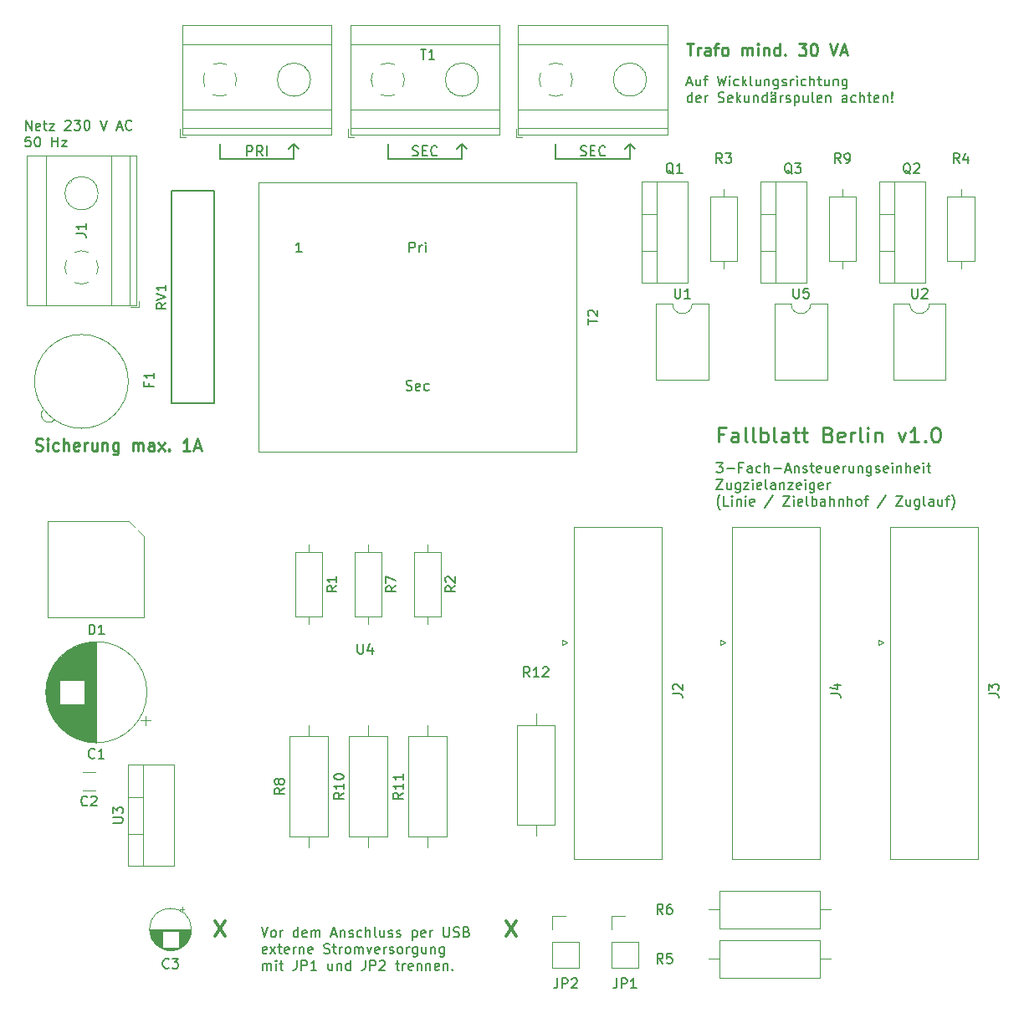
<source format=gbr>
G04 #@! TF.GenerationSoftware,KiCad,Pcbnew,5.0.1*
G04 #@! TF.CreationDate,2019-02-04T16:52:00+01:00*
G04 #@! TF.ProjectId,splitflap-berlin,73706C6974666C61702D6265726C696E,rev?*
G04 #@! TF.SameCoordinates,Original*
G04 #@! TF.FileFunction,Legend,Top*
G04 #@! TF.FilePolarity,Positive*
%FSLAX46Y46*%
G04 Gerber Fmt 4.6, Leading zero omitted, Abs format (unit mm)*
G04 Created by KiCad (PCBNEW 5.0.1) date Mo 04 Feb 2019 16:52:00 CET*
%MOMM*%
%LPD*%
G01*
G04 APERTURE LIST*
%ADD10C,0.180000*%
%ADD11C,0.300000*%
%ADD12C,0.220000*%
%ADD13C,0.250000*%
%ADD14C,0.120000*%
%ADD15C,0.150000*%
G04 APERTURE END LIST*
D10*
X85212238Y-142772380D02*
X85545571Y-143772380D01*
X85878904Y-142772380D01*
X86355095Y-143772380D02*
X86259857Y-143724761D01*
X86212238Y-143677142D01*
X86164619Y-143581904D01*
X86164619Y-143296190D01*
X86212238Y-143200952D01*
X86259857Y-143153333D01*
X86355095Y-143105714D01*
X86497952Y-143105714D01*
X86593190Y-143153333D01*
X86640809Y-143200952D01*
X86688428Y-143296190D01*
X86688428Y-143581904D01*
X86640809Y-143677142D01*
X86593190Y-143724761D01*
X86497952Y-143772380D01*
X86355095Y-143772380D01*
X87117000Y-143772380D02*
X87117000Y-143105714D01*
X87117000Y-143296190D02*
X87164619Y-143200952D01*
X87212238Y-143153333D01*
X87307476Y-143105714D01*
X87402714Y-143105714D01*
X88926523Y-143772380D02*
X88926523Y-142772380D01*
X88926523Y-143724761D02*
X88831285Y-143772380D01*
X88640809Y-143772380D01*
X88545571Y-143724761D01*
X88497952Y-143677142D01*
X88450333Y-143581904D01*
X88450333Y-143296190D01*
X88497952Y-143200952D01*
X88545571Y-143153333D01*
X88640809Y-143105714D01*
X88831285Y-143105714D01*
X88926523Y-143153333D01*
X89783666Y-143724761D02*
X89688428Y-143772380D01*
X89497952Y-143772380D01*
X89402714Y-143724761D01*
X89355095Y-143629523D01*
X89355095Y-143248571D01*
X89402714Y-143153333D01*
X89497952Y-143105714D01*
X89688428Y-143105714D01*
X89783666Y-143153333D01*
X89831285Y-143248571D01*
X89831285Y-143343809D01*
X89355095Y-143439047D01*
X90259857Y-143772380D02*
X90259857Y-143105714D01*
X90259857Y-143200952D02*
X90307476Y-143153333D01*
X90402714Y-143105714D01*
X90545571Y-143105714D01*
X90640809Y-143153333D01*
X90688428Y-143248571D01*
X90688428Y-143772380D01*
X90688428Y-143248571D02*
X90736047Y-143153333D01*
X90831285Y-143105714D01*
X90974142Y-143105714D01*
X91069380Y-143153333D01*
X91117000Y-143248571D01*
X91117000Y-143772380D01*
X92307476Y-143486666D02*
X92783666Y-143486666D01*
X92212238Y-143772380D02*
X92545571Y-142772380D01*
X92878904Y-143772380D01*
X93212238Y-143105714D02*
X93212238Y-143772380D01*
X93212238Y-143200952D02*
X93259857Y-143153333D01*
X93355095Y-143105714D01*
X93497952Y-143105714D01*
X93593190Y-143153333D01*
X93640809Y-143248571D01*
X93640809Y-143772380D01*
X94069380Y-143724761D02*
X94164619Y-143772380D01*
X94355095Y-143772380D01*
X94450333Y-143724761D01*
X94497952Y-143629523D01*
X94497952Y-143581904D01*
X94450333Y-143486666D01*
X94355095Y-143439047D01*
X94212238Y-143439047D01*
X94117000Y-143391428D01*
X94069380Y-143296190D01*
X94069380Y-143248571D01*
X94117000Y-143153333D01*
X94212238Y-143105714D01*
X94355095Y-143105714D01*
X94450333Y-143153333D01*
X95355095Y-143724761D02*
X95259857Y-143772380D01*
X95069380Y-143772380D01*
X94974142Y-143724761D01*
X94926523Y-143677142D01*
X94878904Y-143581904D01*
X94878904Y-143296190D01*
X94926523Y-143200952D01*
X94974142Y-143153333D01*
X95069380Y-143105714D01*
X95259857Y-143105714D01*
X95355095Y-143153333D01*
X95783666Y-143772380D02*
X95783666Y-142772380D01*
X96212238Y-143772380D02*
X96212238Y-143248571D01*
X96164619Y-143153333D01*
X96069380Y-143105714D01*
X95926523Y-143105714D01*
X95831285Y-143153333D01*
X95783666Y-143200952D01*
X96831285Y-143772380D02*
X96736047Y-143724761D01*
X96688428Y-143629523D01*
X96688428Y-142772380D01*
X97640809Y-143105714D02*
X97640809Y-143772380D01*
X97212238Y-143105714D02*
X97212238Y-143629523D01*
X97259857Y-143724761D01*
X97355095Y-143772380D01*
X97497952Y-143772380D01*
X97593190Y-143724761D01*
X97640809Y-143677142D01*
X98069380Y-143724761D02*
X98164619Y-143772380D01*
X98355095Y-143772380D01*
X98450333Y-143724761D01*
X98497952Y-143629523D01*
X98497952Y-143581904D01*
X98450333Y-143486666D01*
X98355095Y-143439047D01*
X98212238Y-143439047D01*
X98117000Y-143391428D01*
X98069380Y-143296190D01*
X98069380Y-143248571D01*
X98117000Y-143153333D01*
X98212238Y-143105714D01*
X98355095Y-143105714D01*
X98450333Y-143153333D01*
X98878904Y-143724761D02*
X98974142Y-143772380D01*
X99164619Y-143772380D01*
X99259857Y-143724761D01*
X99307476Y-143629523D01*
X99307476Y-143581904D01*
X99259857Y-143486666D01*
X99164619Y-143439047D01*
X99021761Y-143439047D01*
X98926523Y-143391428D01*
X98878904Y-143296190D01*
X98878904Y-143248571D01*
X98926523Y-143153333D01*
X99021761Y-143105714D01*
X99164619Y-143105714D01*
X99259857Y-143153333D01*
X100497952Y-143105714D02*
X100497952Y-144105714D01*
X100497952Y-143153333D02*
X100593190Y-143105714D01*
X100783666Y-143105714D01*
X100878904Y-143153333D01*
X100926523Y-143200952D01*
X100974142Y-143296190D01*
X100974142Y-143581904D01*
X100926523Y-143677142D01*
X100878904Y-143724761D01*
X100783666Y-143772380D01*
X100593190Y-143772380D01*
X100497952Y-143724761D01*
X101783666Y-143724761D02*
X101688428Y-143772380D01*
X101497952Y-143772380D01*
X101402714Y-143724761D01*
X101355095Y-143629523D01*
X101355095Y-143248571D01*
X101402714Y-143153333D01*
X101497952Y-143105714D01*
X101688428Y-143105714D01*
X101783666Y-143153333D01*
X101831285Y-143248571D01*
X101831285Y-143343809D01*
X101355095Y-143439047D01*
X102259857Y-143772380D02*
X102259857Y-143105714D01*
X102259857Y-143296190D02*
X102307476Y-143200952D01*
X102355095Y-143153333D01*
X102450333Y-143105714D01*
X102545571Y-143105714D01*
X103640809Y-142772380D02*
X103640809Y-143581904D01*
X103688428Y-143677142D01*
X103736047Y-143724761D01*
X103831285Y-143772380D01*
X104021761Y-143772380D01*
X104117000Y-143724761D01*
X104164619Y-143677142D01*
X104212238Y-143581904D01*
X104212238Y-142772380D01*
X104640809Y-143724761D02*
X104783666Y-143772380D01*
X105021761Y-143772380D01*
X105117000Y-143724761D01*
X105164619Y-143677142D01*
X105212238Y-143581904D01*
X105212238Y-143486666D01*
X105164619Y-143391428D01*
X105117000Y-143343809D01*
X105021761Y-143296190D01*
X104831285Y-143248571D01*
X104736047Y-143200952D01*
X104688428Y-143153333D01*
X104640809Y-143058095D01*
X104640809Y-142962857D01*
X104688428Y-142867619D01*
X104736047Y-142820000D01*
X104831285Y-142772380D01*
X105069380Y-142772380D01*
X105212238Y-142820000D01*
X105974142Y-143248571D02*
X106117000Y-143296190D01*
X106164619Y-143343809D01*
X106212238Y-143439047D01*
X106212238Y-143581904D01*
X106164619Y-143677142D01*
X106117000Y-143724761D01*
X106021761Y-143772380D01*
X105640809Y-143772380D01*
X105640809Y-142772380D01*
X105974142Y-142772380D01*
X106069380Y-142820000D01*
X106117000Y-142867619D01*
X106164619Y-142962857D01*
X106164619Y-143058095D01*
X106117000Y-143153333D01*
X106069380Y-143200952D01*
X105974142Y-143248571D01*
X105640809Y-143248571D01*
X85736047Y-145404761D02*
X85640809Y-145452380D01*
X85450333Y-145452380D01*
X85355095Y-145404761D01*
X85307476Y-145309523D01*
X85307476Y-144928571D01*
X85355095Y-144833333D01*
X85450333Y-144785714D01*
X85640809Y-144785714D01*
X85736047Y-144833333D01*
X85783666Y-144928571D01*
X85783666Y-145023809D01*
X85307476Y-145119047D01*
X86117000Y-145452380D02*
X86640809Y-144785714D01*
X86117000Y-144785714D02*
X86640809Y-145452380D01*
X86878904Y-144785714D02*
X87259857Y-144785714D01*
X87021761Y-144452380D02*
X87021761Y-145309523D01*
X87069380Y-145404761D01*
X87164619Y-145452380D01*
X87259857Y-145452380D01*
X87974142Y-145404761D02*
X87878904Y-145452380D01*
X87688428Y-145452380D01*
X87593190Y-145404761D01*
X87545571Y-145309523D01*
X87545571Y-144928571D01*
X87593190Y-144833333D01*
X87688428Y-144785714D01*
X87878904Y-144785714D01*
X87974142Y-144833333D01*
X88021761Y-144928571D01*
X88021761Y-145023809D01*
X87545571Y-145119047D01*
X88450333Y-145452380D02*
X88450333Y-144785714D01*
X88450333Y-144976190D02*
X88497952Y-144880952D01*
X88545571Y-144833333D01*
X88640809Y-144785714D01*
X88736047Y-144785714D01*
X89069380Y-144785714D02*
X89069380Y-145452380D01*
X89069380Y-144880952D02*
X89117000Y-144833333D01*
X89212238Y-144785714D01*
X89355095Y-144785714D01*
X89450333Y-144833333D01*
X89497952Y-144928571D01*
X89497952Y-145452380D01*
X90355095Y-145404761D02*
X90259857Y-145452380D01*
X90069380Y-145452380D01*
X89974142Y-145404761D01*
X89926523Y-145309523D01*
X89926523Y-144928571D01*
X89974142Y-144833333D01*
X90069380Y-144785714D01*
X90259857Y-144785714D01*
X90355095Y-144833333D01*
X90402714Y-144928571D01*
X90402714Y-145023809D01*
X89926523Y-145119047D01*
X91545571Y-145404761D02*
X91688428Y-145452380D01*
X91926523Y-145452380D01*
X92021761Y-145404761D01*
X92069380Y-145357142D01*
X92117000Y-145261904D01*
X92117000Y-145166666D01*
X92069380Y-145071428D01*
X92021761Y-145023809D01*
X91926523Y-144976190D01*
X91736047Y-144928571D01*
X91640809Y-144880952D01*
X91593190Y-144833333D01*
X91545571Y-144738095D01*
X91545571Y-144642857D01*
X91593190Y-144547619D01*
X91640809Y-144500000D01*
X91736047Y-144452380D01*
X91974142Y-144452380D01*
X92117000Y-144500000D01*
X92402714Y-144785714D02*
X92783666Y-144785714D01*
X92545571Y-144452380D02*
X92545571Y-145309523D01*
X92593190Y-145404761D01*
X92688428Y-145452380D01*
X92783666Y-145452380D01*
X93117000Y-145452380D02*
X93117000Y-144785714D01*
X93117000Y-144976190D02*
X93164619Y-144880952D01*
X93212238Y-144833333D01*
X93307476Y-144785714D01*
X93402714Y-144785714D01*
X93878904Y-145452380D02*
X93783666Y-145404761D01*
X93736047Y-145357142D01*
X93688428Y-145261904D01*
X93688428Y-144976190D01*
X93736047Y-144880952D01*
X93783666Y-144833333D01*
X93878904Y-144785714D01*
X94021761Y-144785714D01*
X94117000Y-144833333D01*
X94164619Y-144880952D01*
X94212238Y-144976190D01*
X94212238Y-145261904D01*
X94164619Y-145357142D01*
X94117000Y-145404761D01*
X94021761Y-145452380D01*
X93878904Y-145452380D01*
X94640809Y-145452380D02*
X94640809Y-144785714D01*
X94640809Y-144880952D02*
X94688428Y-144833333D01*
X94783666Y-144785714D01*
X94926523Y-144785714D01*
X95021761Y-144833333D01*
X95069380Y-144928571D01*
X95069380Y-145452380D01*
X95069380Y-144928571D02*
X95117000Y-144833333D01*
X95212238Y-144785714D01*
X95355095Y-144785714D01*
X95450333Y-144833333D01*
X95497952Y-144928571D01*
X95497952Y-145452380D01*
X95878904Y-144785714D02*
X96117000Y-145452380D01*
X96355095Y-144785714D01*
X97117000Y-145404761D02*
X97021761Y-145452380D01*
X96831285Y-145452380D01*
X96736047Y-145404761D01*
X96688428Y-145309523D01*
X96688428Y-144928571D01*
X96736047Y-144833333D01*
X96831285Y-144785714D01*
X97021761Y-144785714D01*
X97117000Y-144833333D01*
X97164619Y-144928571D01*
X97164619Y-145023809D01*
X96688428Y-145119047D01*
X97593190Y-145452380D02*
X97593190Y-144785714D01*
X97593190Y-144976190D02*
X97640809Y-144880952D01*
X97688428Y-144833333D01*
X97783666Y-144785714D01*
X97878904Y-144785714D01*
X98164619Y-145404761D02*
X98259857Y-145452380D01*
X98450333Y-145452380D01*
X98545571Y-145404761D01*
X98593190Y-145309523D01*
X98593190Y-145261904D01*
X98545571Y-145166666D01*
X98450333Y-145119047D01*
X98307476Y-145119047D01*
X98212238Y-145071428D01*
X98164619Y-144976190D01*
X98164619Y-144928571D01*
X98212238Y-144833333D01*
X98307476Y-144785714D01*
X98450333Y-144785714D01*
X98545571Y-144833333D01*
X99164619Y-145452380D02*
X99069380Y-145404761D01*
X99021761Y-145357142D01*
X98974142Y-145261904D01*
X98974142Y-144976190D01*
X99021761Y-144880952D01*
X99069380Y-144833333D01*
X99164619Y-144785714D01*
X99307476Y-144785714D01*
X99402714Y-144833333D01*
X99450333Y-144880952D01*
X99497952Y-144976190D01*
X99497952Y-145261904D01*
X99450333Y-145357142D01*
X99402714Y-145404761D01*
X99307476Y-145452380D01*
X99164619Y-145452380D01*
X99926523Y-145452380D02*
X99926523Y-144785714D01*
X99926523Y-144976190D02*
X99974142Y-144880952D01*
X100021761Y-144833333D01*
X100117000Y-144785714D01*
X100212238Y-144785714D01*
X100974142Y-144785714D02*
X100974142Y-145595238D01*
X100926523Y-145690476D01*
X100878904Y-145738095D01*
X100783666Y-145785714D01*
X100640809Y-145785714D01*
X100545571Y-145738095D01*
X100974142Y-145404761D02*
X100878904Y-145452380D01*
X100688428Y-145452380D01*
X100593190Y-145404761D01*
X100545571Y-145357142D01*
X100497952Y-145261904D01*
X100497952Y-144976190D01*
X100545571Y-144880952D01*
X100593190Y-144833333D01*
X100688428Y-144785714D01*
X100878904Y-144785714D01*
X100974142Y-144833333D01*
X101878904Y-144785714D02*
X101878904Y-145452380D01*
X101450333Y-144785714D02*
X101450333Y-145309523D01*
X101497952Y-145404761D01*
X101593190Y-145452380D01*
X101736047Y-145452380D01*
X101831285Y-145404761D01*
X101878904Y-145357142D01*
X102355095Y-144785714D02*
X102355095Y-145452380D01*
X102355095Y-144880952D02*
X102402714Y-144833333D01*
X102497952Y-144785714D01*
X102640809Y-144785714D01*
X102736047Y-144833333D01*
X102783666Y-144928571D01*
X102783666Y-145452380D01*
X103688428Y-144785714D02*
X103688428Y-145595238D01*
X103640809Y-145690476D01*
X103593190Y-145738095D01*
X103497952Y-145785714D01*
X103355095Y-145785714D01*
X103259857Y-145738095D01*
X103688428Y-145404761D02*
X103593190Y-145452380D01*
X103402714Y-145452380D01*
X103307476Y-145404761D01*
X103259857Y-145357142D01*
X103212238Y-145261904D01*
X103212238Y-144976190D01*
X103259857Y-144880952D01*
X103307476Y-144833333D01*
X103402714Y-144785714D01*
X103593190Y-144785714D01*
X103688428Y-144833333D01*
X85355095Y-147132380D02*
X85355095Y-146465714D01*
X85355095Y-146560952D02*
X85402714Y-146513333D01*
X85497952Y-146465714D01*
X85640809Y-146465714D01*
X85736047Y-146513333D01*
X85783666Y-146608571D01*
X85783666Y-147132380D01*
X85783666Y-146608571D02*
X85831285Y-146513333D01*
X85926523Y-146465714D01*
X86069380Y-146465714D01*
X86164619Y-146513333D01*
X86212238Y-146608571D01*
X86212238Y-147132380D01*
X86688428Y-147132380D02*
X86688428Y-146465714D01*
X86688428Y-146132380D02*
X86640809Y-146180000D01*
X86688428Y-146227619D01*
X86736047Y-146180000D01*
X86688428Y-146132380D01*
X86688428Y-146227619D01*
X87021761Y-146465714D02*
X87402714Y-146465714D01*
X87164619Y-146132380D02*
X87164619Y-146989523D01*
X87212238Y-147084761D01*
X87307476Y-147132380D01*
X87402714Y-147132380D01*
X88783666Y-146132380D02*
X88783666Y-146846666D01*
X88736047Y-146989523D01*
X88640809Y-147084761D01*
X88497952Y-147132380D01*
X88402714Y-147132380D01*
X89259857Y-147132380D02*
X89259857Y-146132380D01*
X89640809Y-146132380D01*
X89736047Y-146180000D01*
X89783666Y-146227619D01*
X89831285Y-146322857D01*
X89831285Y-146465714D01*
X89783666Y-146560952D01*
X89736047Y-146608571D01*
X89640809Y-146656190D01*
X89259857Y-146656190D01*
X90783666Y-147132380D02*
X90212238Y-147132380D01*
X90497952Y-147132380D02*
X90497952Y-146132380D01*
X90402714Y-146275238D01*
X90307476Y-146370476D01*
X90212238Y-146418095D01*
X92402714Y-146465714D02*
X92402714Y-147132380D01*
X91974142Y-146465714D02*
X91974142Y-146989523D01*
X92021761Y-147084761D01*
X92117000Y-147132380D01*
X92259857Y-147132380D01*
X92355095Y-147084761D01*
X92402714Y-147037142D01*
X92878904Y-146465714D02*
X92878904Y-147132380D01*
X92878904Y-146560952D02*
X92926523Y-146513333D01*
X93021761Y-146465714D01*
X93164619Y-146465714D01*
X93259857Y-146513333D01*
X93307476Y-146608571D01*
X93307476Y-147132380D01*
X94212238Y-147132380D02*
X94212238Y-146132380D01*
X94212238Y-147084761D02*
X94117000Y-147132380D01*
X93926523Y-147132380D01*
X93831285Y-147084761D01*
X93783666Y-147037142D01*
X93736047Y-146941904D01*
X93736047Y-146656190D01*
X93783666Y-146560952D01*
X93831285Y-146513333D01*
X93926523Y-146465714D01*
X94117000Y-146465714D01*
X94212238Y-146513333D01*
X95736047Y-146132380D02*
X95736047Y-146846666D01*
X95688428Y-146989523D01*
X95593190Y-147084761D01*
X95450333Y-147132380D01*
X95355095Y-147132380D01*
X96212238Y-147132380D02*
X96212238Y-146132380D01*
X96593190Y-146132380D01*
X96688428Y-146180000D01*
X96736047Y-146227619D01*
X96783666Y-146322857D01*
X96783666Y-146465714D01*
X96736047Y-146560952D01*
X96688428Y-146608571D01*
X96593190Y-146656190D01*
X96212238Y-146656190D01*
X97164619Y-146227619D02*
X97212238Y-146180000D01*
X97307476Y-146132380D01*
X97545571Y-146132380D01*
X97640809Y-146180000D01*
X97688428Y-146227619D01*
X97736047Y-146322857D01*
X97736047Y-146418095D01*
X97688428Y-146560952D01*
X97117000Y-147132380D01*
X97736047Y-147132380D01*
X98783666Y-146465714D02*
X99164619Y-146465714D01*
X98926523Y-146132380D02*
X98926523Y-146989523D01*
X98974142Y-147084761D01*
X99069380Y-147132380D01*
X99164619Y-147132380D01*
X99497952Y-147132380D02*
X99497952Y-146465714D01*
X99497952Y-146656190D02*
X99545571Y-146560952D01*
X99593190Y-146513333D01*
X99688428Y-146465714D01*
X99783666Y-146465714D01*
X100497952Y-147084761D02*
X100402714Y-147132380D01*
X100212238Y-147132380D01*
X100117000Y-147084761D01*
X100069380Y-146989523D01*
X100069380Y-146608571D01*
X100117000Y-146513333D01*
X100212238Y-146465714D01*
X100402714Y-146465714D01*
X100497952Y-146513333D01*
X100545571Y-146608571D01*
X100545571Y-146703809D01*
X100069380Y-146799047D01*
X100974142Y-146465714D02*
X100974142Y-147132380D01*
X100974142Y-146560952D02*
X101021761Y-146513333D01*
X101117000Y-146465714D01*
X101259857Y-146465714D01*
X101355095Y-146513333D01*
X101402714Y-146608571D01*
X101402714Y-147132380D01*
X101878904Y-146465714D02*
X101878904Y-147132380D01*
X101878904Y-146560952D02*
X101926523Y-146513333D01*
X102021761Y-146465714D01*
X102164619Y-146465714D01*
X102259857Y-146513333D01*
X102307476Y-146608571D01*
X102307476Y-147132380D01*
X103164619Y-147084761D02*
X103069380Y-147132380D01*
X102878904Y-147132380D01*
X102783666Y-147084761D01*
X102736047Y-146989523D01*
X102736047Y-146608571D01*
X102783666Y-146513333D01*
X102878904Y-146465714D01*
X103069380Y-146465714D01*
X103164619Y-146513333D01*
X103212238Y-146608571D01*
X103212238Y-146703809D01*
X102736047Y-146799047D01*
X103640809Y-146465714D02*
X103640809Y-147132380D01*
X103640809Y-146560952D02*
X103688428Y-146513333D01*
X103783666Y-146465714D01*
X103926523Y-146465714D01*
X104021761Y-146513333D01*
X104069380Y-146608571D01*
X104069380Y-147132380D01*
X104545571Y-147037142D02*
X104593190Y-147084761D01*
X104545571Y-147132380D01*
X104497952Y-147084761D01*
X104545571Y-147037142D01*
X104545571Y-147132380D01*
D11*
X110000000Y-142178571D02*
X111000000Y-143678571D01*
X111000000Y-142178571D02*
X110000000Y-143678571D01*
X80500000Y-142178571D02*
X81500000Y-143678571D01*
X81500000Y-142178571D02*
X80500000Y-143678571D01*
D10*
X61355095Y-62112380D02*
X61355095Y-61112380D01*
X61926523Y-62112380D01*
X61926523Y-61112380D01*
X62783666Y-62064761D02*
X62688428Y-62112380D01*
X62497952Y-62112380D01*
X62402714Y-62064761D01*
X62355095Y-61969523D01*
X62355095Y-61588571D01*
X62402714Y-61493333D01*
X62497952Y-61445714D01*
X62688428Y-61445714D01*
X62783666Y-61493333D01*
X62831285Y-61588571D01*
X62831285Y-61683809D01*
X62355095Y-61779047D01*
X63117000Y-61445714D02*
X63497952Y-61445714D01*
X63259857Y-61112380D02*
X63259857Y-61969523D01*
X63307476Y-62064761D01*
X63402714Y-62112380D01*
X63497952Y-62112380D01*
X63736047Y-61445714D02*
X64259857Y-61445714D01*
X63736047Y-62112380D01*
X64259857Y-62112380D01*
X65355095Y-61207619D02*
X65402714Y-61160000D01*
X65497952Y-61112380D01*
X65736047Y-61112380D01*
X65831285Y-61160000D01*
X65878904Y-61207619D01*
X65926523Y-61302857D01*
X65926523Y-61398095D01*
X65878904Y-61540952D01*
X65307476Y-62112380D01*
X65926523Y-62112380D01*
X66259857Y-61112380D02*
X66878904Y-61112380D01*
X66545571Y-61493333D01*
X66688428Y-61493333D01*
X66783666Y-61540952D01*
X66831285Y-61588571D01*
X66878904Y-61683809D01*
X66878904Y-61921904D01*
X66831285Y-62017142D01*
X66783666Y-62064761D01*
X66688428Y-62112380D01*
X66402714Y-62112380D01*
X66307476Y-62064761D01*
X66259857Y-62017142D01*
X67497952Y-61112380D02*
X67593190Y-61112380D01*
X67688428Y-61160000D01*
X67736047Y-61207619D01*
X67783666Y-61302857D01*
X67831285Y-61493333D01*
X67831285Y-61731428D01*
X67783666Y-61921904D01*
X67736047Y-62017142D01*
X67688428Y-62064761D01*
X67593190Y-62112380D01*
X67497952Y-62112380D01*
X67402714Y-62064761D01*
X67355095Y-62017142D01*
X67307476Y-61921904D01*
X67259857Y-61731428D01*
X67259857Y-61493333D01*
X67307476Y-61302857D01*
X67355095Y-61207619D01*
X67402714Y-61160000D01*
X67497952Y-61112380D01*
X68878904Y-61112380D02*
X69212238Y-62112380D01*
X69545571Y-61112380D01*
X70593190Y-61826666D02*
X71069380Y-61826666D01*
X70497952Y-62112380D02*
X70831285Y-61112380D01*
X71164619Y-62112380D01*
X72069380Y-62017142D02*
X72021761Y-62064761D01*
X71878904Y-62112380D01*
X71783666Y-62112380D01*
X71640809Y-62064761D01*
X71545571Y-61969523D01*
X71497952Y-61874285D01*
X71450333Y-61683809D01*
X71450333Y-61540952D01*
X71497952Y-61350476D01*
X71545571Y-61255238D01*
X71640809Y-61160000D01*
X71783666Y-61112380D01*
X71878904Y-61112380D01*
X72021761Y-61160000D01*
X72069380Y-61207619D01*
X61831285Y-62792380D02*
X61355095Y-62792380D01*
X61307476Y-63268571D01*
X61355095Y-63220952D01*
X61450333Y-63173333D01*
X61688428Y-63173333D01*
X61783666Y-63220952D01*
X61831285Y-63268571D01*
X61878904Y-63363809D01*
X61878904Y-63601904D01*
X61831285Y-63697142D01*
X61783666Y-63744761D01*
X61688428Y-63792380D01*
X61450333Y-63792380D01*
X61355095Y-63744761D01*
X61307476Y-63697142D01*
X62497952Y-62792380D02*
X62593190Y-62792380D01*
X62688428Y-62840000D01*
X62736047Y-62887619D01*
X62783666Y-62982857D01*
X62831285Y-63173333D01*
X62831285Y-63411428D01*
X62783666Y-63601904D01*
X62736047Y-63697142D01*
X62688428Y-63744761D01*
X62593190Y-63792380D01*
X62497952Y-63792380D01*
X62402714Y-63744761D01*
X62355095Y-63697142D01*
X62307476Y-63601904D01*
X62259857Y-63411428D01*
X62259857Y-63173333D01*
X62307476Y-62982857D01*
X62355095Y-62887619D01*
X62402714Y-62840000D01*
X62497952Y-62792380D01*
X64021761Y-63792380D02*
X64021761Y-62792380D01*
X64021761Y-63268571D02*
X64593190Y-63268571D01*
X64593190Y-63792380D02*
X64593190Y-62792380D01*
X64974142Y-63125714D02*
X65497952Y-63125714D01*
X64974142Y-63792380D01*
X65497952Y-63792380D01*
D12*
X62371571Y-94485714D02*
X62543000Y-94542857D01*
X62828714Y-94542857D01*
X62943000Y-94485714D01*
X63000142Y-94428571D01*
X63057285Y-94314285D01*
X63057285Y-94200000D01*
X63000142Y-94085714D01*
X62943000Y-94028571D01*
X62828714Y-93971428D01*
X62600142Y-93914285D01*
X62485857Y-93857142D01*
X62428714Y-93800000D01*
X62371571Y-93685714D01*
X62371571Y-93571428D01*
X62428714Y-93457142D01*
X62485857Y-93400000D01*
X62600142Y-93342857D01*
X62885857Y-93342857D01*
X63057285Y-93400000D01*
X63571571Y-94542857D02*
X63571571Y-93742857D01*
X63571571Y-93342857D02*
X63514428Y-93400000D01*
X63571571Y-93457142D01*
X63628714Y-93400000D01*
X63571571Y-93342857D01*
X63571571Y-93457142D01*
X64657285Y-94485714D02*
X64543000Y-94542857D01*
X64314428Y-94542857D01*
X64200142Y-94485714D01*
X64143000Y-94428571D01*
X64085857Y-94314285D01*
X64085857Y-93971428D01*
X64143000Y-93857142D01*
X64200142Y-93800000D01*
X64314428Y-93742857D01*
X64543000Y-93742857D01*
X64657285Y-93800000D01*
X65171571Y-94542857D02*
X65171571Y-93342857D01*
X65685857Y-94542857D02*
X65685857Y-93914285D01*
X65628714Y-93800000D01*
X65514428Y-93742857D01*
X65343000Y-93742857D01*
X65228714Y-93800000D01*
X65171571Y-93857142D01*
X66714428Y-94485714D02*
X66600142Y-94542857D01*
X66371571Y-94542857D01*
X66257285Y-94485714D01*
X66200142Y-94371428D01*
X66200142Y-93914285D01*
X66257285Y-93800000D01*
X66371571Y-93742857D01*
X66600142Y-93742857D01*
X66714428Y-93800000D01*
X66771571Y-93914285D01*
X66771571Y-94028571D01*
X66200142Y-94142857D01*
X67285857Y-94542857D02*
X67285857Y-93742857D01*
X67285857Y-93971428D02*
X67343000Y-93857142D01*
X67400142Y-93800000D01*
X67514428Y-93742857D01*
X67628714Y-93742857D01*
X68543000Y-93742857D02*
X68543000Y-94542857D01*
X68028714Y-93742857D02*
X68028714Y-94371428D01*
X68085857Y-94485714D01*
X68200142Y-94542857D01*
X68371571Y-94542857D01*
X68485857Y-94485714D01*
X68543000Y-94428571D01*
X69114428Y-93742857D02*
X69114428Y-94542857D01*
X69114428Y-93857142D02*
X69171571Y-93800000D01*
X69285857Y-93742857D01*
X69457285Y-93742857D01*
X69571571Y-93800000D01*
X69628714Y-93914285D01*
X69628714Y-94542857D01*
X70714428Y-93742857D02*
X70714428Y-94714285D01*
X70657285Y-94828571D01*
X70600142Y-94885714D01*
X70485857Y-94942857D01*
X70314428Y-94942857D01*
X70200142Y-94885714D01*
X70714428Y-94485714D02*
X70600142Y-94542857D01*
X70371571Y-94542857D01*
X70257285Y-94485714D01*
X70200142Y-94428571D01*
X70143000Y-94314285D01*
X70143000Y-93971428D01*
X70200142Y-93857142D01*
X70257285Y-93800000D01*
X70371571Y-93742857D01*
X70600142Y-93742857D01*
X70714428Y-93800000D01*
X72200142Y-94542857D02*
X72200142Y-93742857D01*
X72200142Y-93857142D02*
X72257285Y-93800000D01*
X72371571Y-93742857D01*
X72543000Y-93742857D01*
X72657285Y-93800000D01*
X72714428Y-93914285D01*
X72714428Y-94542857D01*
X72714428Y-93914285D02*
X72771571Y-93800000D01*
X72885857Y-93742857D01*
X73057285Y-93742857D01*
X73171571Y-93800000D01*
X73228714Y-93914285D01*
X73228714Y-94542857D01*
X74314428Y-94542857D02*
X74314428Y-93914285D01*
X74257285Y-93800000D01*
X74143000Y-93742857D01*
X73914428Y-93742857D01*
X73800142Y-93800000D01*
X74314428Y-94485714D02*
X74200142Y-94542857D01*
X73914428Y-94542857D01*
X73800142Y-94485714D01*
X73743000Y-94371428D01*
X73743000Y-94257142D01*
X73800142Y-94142857D01*
X73914428Y-94085714D01*
X74200142Y-94085714D01*
X74314428Y-94028571D01*
X74771571Y-94542857D02*
X75400142Y-93742857D01*
X74771571Y-93742857D02*
X75400142Y-94542857D01*
X75857285Y-94428571D02*
X75914428Y-94485714D01*
X75857285Y-94542857D01*
X75800142Y-94485714D01*
X75857285Y-94428571D01*
X75857285Y-94542857D01*
X77971571Y-94542857D02*
X77285857Y-94542857D01*
X77628714Y-94542857D02*
X77628714Y-93342857D01*
X77514428Y-93514285D01*
X77400142Y-93628571D01*
X77285857Y-93685714D01*
X78428714Y-94200000D02*
X79000142Y-94200000D01*
X78314428Y-94542857D02*
X78714428Y-93342857D01*
X79114428Y-94542857D01*
X128257285Y-53342857D02*
X128943000Y-53342857D01*
X128600142Y-54542857D02*
X128600142Y-53342857D01*
X129343000Y-54542857D02*
X129343000Y-53742857D01*
X129343000Y-53971428D02*
X129400142Y-53857142D01*
X129457285Y-53800000D01*
X129571571Y-53742857D01*
X129685857Y-53742857D01*
X130600142Y-54542857D02*
X130600142Y-53914285D01*
X130543000Y-53800000D01*
X130428714Y-53742857D01*
X130200142Y-53742857D01*
X130085857Y-53800000D01*
X130600142Y-54485714D02*
X130485857Y-54542857D01*
X130200142Y-54542857D01*
X130085857Y-54485714D01*
X130028714Y-54371428D01*
X130028714Y-54257142D01*
X130085857Y-54142857D01*
X130200142Y-54085714D01*
X130485857Y-54085714D01*
X130600142Y-54028571D01*
X131000142Y-53742857D02*
X131457285Y-53742857D01*
X131171571Y-54542857D02*
X131171571Y-53514285D01*
X131228714Y-53400000D01*
X131343000Y-53342857D01*
X131457285Y-53342857D01*
X132028714Y-54542857D02*
X131914428Y-54485714D01*
X131857285Y-54428571D01*
X131800142Y-54314285D01*
X131800142Y-53971428D01*
X131857285Y-53857142D01*
X131914428Y-53800000D01*
X132028714Y-53742857D01*
X132200142Y-53742857D01*
X132314428Y-53800000D01*
X132371571Y-53857142D01*
X132428714Y-53971428D01*
X132428714Y-54314285D01*
X132371571Y-54428571D01*
X132314428Y-54485714D01*
X132200142Y-54542857D01*
X132028714Y-54542857D01*
X133857285Y-54542857D02*
X133857285Y-53742857D01*
X133857285Y-53857142D02*
X133914428Y-53800000D01*
X134028714Y-53742857D01*
X134200142Y-53742857D01*
X134314428Y-53800000D01*
X134371571Y-53914285D01*
X134371571Y-54542857D01*
X134371571Y-53914285D02*
X134428714Y-53800000D01*
X134543000Y-53742857D01*
X134714428Y-53742857D01*
X134828714Y-53800000D01*
X134885857Y-53914285D01*
X134885857Y-54542857D01*
X135457285Y-54542857D02*
X135457285Y-53742857D01*
X135457285Y-53342857D02*
X135400142Y-53400000D01*
X135457285Y-53457142D01*
X135514428Y-53400000D01*
X135457285Y-53342857D01*
X135457285Y-53457142D01*
X136028714Y-53742857D02*
X136028714Y-54542857D01*
X136028714Y-53857142D02*
X136085857Y-53800000D01*
X136200142Y-53742857D01*
X136371571Y-53742857D01*
X136485857Y-53800000D01*
X136543000Y-53914285D01*
X136543000Y-54542857D01*
X137628714Y-54542857D02*
X137628714Y-53342857D01*
X137628714Y-54485714D02*
X137514428Y-54542857D01*
X137285857Y-54542857D01*
X137171571Y-54485714D01*
X137114428Y-54428571D01*
X137057285Y-54314285D01*
X137057285Y-53971428D01*
X137114428Y-53857142D01*
X137171571Y-53800000D01*
X137285857Y-53742857D01*
X137514428Y-53742857D01*
X137628714Y-53800000D01*
X138200142Y-54428571D02*
X138257285Y-54485714D01*
X138200142Y-54542857D01*
X138143000Y-54485714D01*
X138200142Y-54428571D01*
X138200142Y-54542857D01*
X139571571Y-53342857D02*
X140314428Y-53342857D01*
X139914428Y-53800000D01*
X140085857Y-53800000D01*
X140200142Y-53857142D01*
X140257285Y-53914285D01*
X140314428Y-54028571D01*
X140314428Y-54314285D01*
X140257285Y-54428571D01*
X140200142Y-54485714D01*
X140085857Y-54542857D01*
X139743000Y-54542857D01*
X139628714Y-54485714D01*
X139571571Y-54428571D01*
X141057285Y-53342857D02*
X141171571Y-53342857D01*
X141285857Y-53400000D01*
X141343000Y-53457142D01*
X141400142Y-53571428D01*
X141457285Y-53800000D01*
X141457285Y-54085714D01*
X141400142Y-54314285D01*
X141343000Y-54428571D01*
X141285857Y-54485714D01*
X141171571Y-54542857D01*
X141057285Y-54542857D01*
X140943000Y-54485714D01*
X140885857Y-54428571D01*
X140828714Y-54314285D01*
X140771571Y-54085714D01*
X140771571Y-53800000D01*
X140828714Y-53571428D01*
X140885857Y-53457142D01*
X140943000Y-53400000D01*
X141057285Y-53342857D01*
X142714428Y-53342857D02*
X143114428Y-54542857D01*
X143514428Y-53342857D01*
X143857285Y-54200000D02*
X144428714Y-54200000D01*
X143743000Y-54542857D02*
X144143000Y-53342857D01*
X144543000Y-54542857D01*
D10*
X128307476Y-57326666D02*
X128783666Y-57326666D01*
X128212238Y-57612380D02*
X128545571Y-56612380D01*
X128878904Y-57612380D01*
X129640809Y-56945714D02*
X129640809Y-57612380D01*
X129212238Y-56945714D02*
X129212238Y-57469523D01*
X129259857Y-57564761D01*
X129355095Y-57612380D01*
X129497952Y-57612380D01*
X129593190Y-57564761D01*
X129640809Y-57517142D01*
X129974142Y-56945714D02*
X130355095Y-56945714D01*
X130117000Y-57612380D02*
X130117000Y-56755238D01*
X130164619Y-56660000D01*
X130259857Y-56612380D01*
X130355095Y-56612380D01*
X131355095Y-56612380D02*
X131593190Y-57612380D01*
X131783666Y-56898095D01*
X131974142Y-57612380D01*
X132212238Y-56612380D01*
X132593190Y-57612380D02*
X132593190Y-56945714D01*
X132593190Y-56612380D02*
X132545571Y-56660000D01*
X132593190Y-56707619D01*
X132640809Y-56660000D01*
X132593190Y-56612380D01*
X132593190Y-56707619D01*
X133497952Y-57564761D02*
X133402714Y-57612380D01*
X133212238Y-57612380D01*
X133117000Y-57564761D01*
X133069380Y-57517142D01*
X133021761Y-57421904D01*
X133021761Y-57136190D01*
X133069380Y-57040952D01*
X133117000Y-56993333D01*
X133212238Y-56945714D01*
X133402714Y-56945714D01*
X133497952Y-56993333D01*
X133926523Y-57612380D02*
X133926523Y-56612380D01*
X134021761Y-57231428D02*
X134307476Y-57612380D01*
X134307476Y-56945714D02*
X133926523Y-57326666D01*
X134878904Y-57612380D02*
X134783666Y-57564761D01*
X134736047Y-57469523D01*
X134736047Y-56612380D01*
X135688428Y-56945714D02*
X135688428Y-57612380D01*
X135259857Y-56945714D02*
X135259857Y-57469523D01*
X135307476Y-57564761D01*
X135402714Y-57612380D01*
X135545571Y-57612380D01*
X135640809Y-57564761D01*
X135688428Y-57517142D01*
X136164619Y-56945714D02*
X136164619Y-57612380D01*
X136164619Y-57040952D02*
X136212238Y-56993333D01*
X136307476Y-56945714D01*
X136450333Y-56945714D01*
X136545571Y-56993333D01*
X136593190Y-57088571D01*
X136593190Y-57612380D01*
X137497952Y-56945714D02*
X137497952Y-57755238D01*
X137450333Y-57850476D01*
X137402714Y-57898095D01*
X137307476Y-57945714D01*
X137164619Y-57945714D01*
X137069380Y-57898095D01*
X137497952Y-57564761D02*
X137402714Y-57612380D01*
X137212238Y-57612380D01*
X137117000Y-57564761D01*
X137069380Y-57517142D01*
X137021761Y-57421904D01*
X137021761Y-57136190D01*
X137069380Y-57040952D01*
X137117000Y-56993333D01*
X137212238Y-56945714D01*
X137402714Y-56945714D01*
X137497952Y-56993333D01*
X137926523Y-57564761D02*
X138021761Y-57612380D01*
X138212238Y-57612380D01*
X138307476Y-57564761D01*
X138355095Y-57469523D01*
X138355095Y-57421904D01*
X138307476Y-57326666D01*
X138212238Y-57279047D01*
X138069380Y-57279047D01*
X137974142Y-57231428D01*
X137926523Y-57136190D01*
X137926523Y-57088571D01*
X137974142Y-56993333D01*
X138069380Y-56945714D01*
X138212238Y-56945714D01*
X138307476Y-56993333D01*
X138783666Y-57612380D02*
X138783666Y-56945714D01*
X138783666Y-57136190D02*
X138831285Y-57040952D01*
X138878904Y-56993333D01*
X138974142Y-56945714D01*
X139069380Y-56945714D01*
X139402714Y-57612380D02*
X139402714Y-56945714D01*
X139402714Y-56612380D02*
X139355095Y-56660000D01*
X139402714Y-56707619D01*
X139450333Y-56660000D01*
X139402714Y-56612380D01*
X139402714Y-56707619D01*
X140307476Y-57564761D02*
X140212238Y-57612380D01*
X140021761Y-57612380D01*
X139926523Y-57564761D01*
X139878904Y-57517142D01*
X139831285Y-57421904D01*
X139831285Y-57136190D01*
X139878904Y-57040952D01*
X139926523Y-56993333D01*
X140021761Y-56945714D01*
X140212238Y-56945714D01*
X140307476Y-56993333D01*
X140736047Y-57612380D02*
X140736047Y-56612380D01*
X141164619Y-57612380D02*
X141164619Y-57088571D01*
X141117000Y-56993333D01*
X141021761Y-56945714D01*
X140878904Y-56945714D01*
X140783666Y-56993333D01*
X140736047Y-57040952D01*
X141497952Y-56945714D02*
X141878904Y-56945714D01*
X141640809Y-56612380D02*
X141640809Y-57469523D01*
X141688428Y-57564761D01*
X141783666Y-57612380D01*
X141878904Y-57612380D01*
X142640809Y-56945714D02*
X142640809Y-57612380D01*
X142212238Y-56945714D02*
X142212238Y-57469523D01*
X142259857Y-57564761D01*
X142355095Y-57612380D01*
X142497952Y-57612380D01*
X142593190Y-57564761D01*
X142640809Y-57517142D01*
X143117000Y-56945714D02*
X143117000Y-57612380D01*
X143117000Y-57040952D02*
X143164619Y-56993333D01*
X143259857Y-56945714D01*
X143402714Y-56945714D01*
X143497952Y-56993333D01*
X143545571Y-57088571D01*
X143545571Y-57612380D01*
X144450333Y-56945714D02*
X144450333Y-57755238D01*
X144402714Y-57850476D01*
X144355095Y-57898095D01*
X144259857Y-57945714D01*
X144117000Y-57945714D01*
X144021761Y-57898095D01*
X144450333Y-57564761D02*
X144355095Y-57612380D01*
X144164619Y-57612380D01*
X144069380Y-57564761D01*
X144021761Y-57517142D01*
X143974142Y-57421904D01*
X143974142Y-57136190D01*
X144021761Y-57040952D01*
X144069380Y-56993333D01*
X144164619Y-56945714D01*
X144355095Y-56945714D01*
X144450333Y-56993333D01*
X128783666Y-59292380D02*
X128783666Y-58292380D01*
X128783666Y-59244761D02*
X128688428Y-59292380D01*
X128497952Y-59292380D01*
X128402714Y-59244761D01*
X128355095Y-59197142D01*
X128307476Y-59101904D01*
X128307476Y-58816190D01*
X128355095Y-58720952D01*
X128402714Y-58673333D01*
X128497952Y-58625714D01*
X128688428Y-58625714D01*
X128783666Y-58673333D01*
X129640809Y-59244761D02*
X129545571Y-59292380D01*
X129355095Y-59292380D01*
X129259857Y-59244761D01*
X129212238Y-59149523D01*
X129212238Y-58768571D01*
X129259857Y-58673333D01*
X129355095Y-58625714D01*
X129545571Y-58625714D01*
X129640809Y-58673333D01*
X129688428Y-58768571D01*
X129688428Y-58863809D01*
X129212238Y-58959047D01*
X130117000Y-59292380D02*
X130117000Y-58625714D01*
X130117000Y-58816190D02*
X130164619Y-58720952D01*
X130212238Y-58673333D01*
X130307476Y-58625714D01*
X130402714Y-58625714D01*
X131450333Y-59244761D02*
X131593190Y-59292380D01*
X131831285Y-59292380D01*
X131926523Y-59244761D01*
X131974142Y-59197142D01*
X132021761Y-59101904D01*
X132021761Y-59006666D01*
X131974142Y-58911428D01*
X131926523Y-58863809D01*
X131831285Y-58816190D01*
X131640809Y-58768571D01*
X131545571Y-58720952D01*
X131497952Y-58673333D01*
X131450333Y-58578095D01*
X131450333Y-58482857D01*
X131497952Y-58387619D01*
X131545571Y-58340000D01*
X131640809Y-58292380D01*
X131878904Y-58292380D01*
X132021761Y-58340000D01*
X132831285Y-59244761D02*
X132736047Y-59292380D01*
X132545571Y-59292380D01*
X132450333Y-59244761D01*
X132402714Y-59149523D01*
X132402714Y-58768571D01*
X132450333Y-58673333D01*
X132545571Y-58625714D01*
X132736047Y-58625714D01*
X132831285Y-58673333D01*
X132878904Y-58768571D01*
X132878904Y-58863809D01*
X132402714Y-58959047D01*
X133307476Y-59292380D02*
X133307476Y-58292380D01*
X133402714Y-58911428D02*
X133688428Y-59292380D01*
X133688428Y-58625714D02*
X133307476Y-59006666D01*
X134545571Y-58625714D02*
X134545571Y-59292380D01*
X134117000Y-58625714D02*
X134117000Y-59149523D01*
X134164619Y-59244761D01*
X134259857Y-59292380D01*
X134402714Y-59292380D01*
X134497952Y-59244761D01*
X134545571Y-59197142D01*
X135021761Y-58625714D02*
X135021761Y-59292380D01*
X135021761Y-58720952D02*
X135069380Y-58673333D01*
X135164619Y-58625714D01*
X135307476Y-58625714D01*
X135402714Y-58673333D01*
X135450333Y-58768571D01*
X135450333Y-59292380D01*
X136355095Y-59292380D02*
X136355095Y-58292380D01*
X136355095Y-59244761D02*
X136259857Y-59292380D01*
X136069380Y-59292380D01*
X135974142Y-59244761D01*
X135926523Y-59197142D01*
X135878904Y-59101904D01*
X135878904Y-58816190D01*
X135926523Y-58720952D01*
X135974142Y-58673333D01*
X136069380Y-58625714D01*
X136259857Y-58625714D01*
X136355095Y-58673333D01*
X137259857Y-59292380D02*
X137259857Y-58768571D01*
X137212238Y-58673333D01*
X137117000Y-58625714D01*
X136926523Y-58625714D01*
X136831285Y-58673333D01*
X137259857Y-59244761D02*
X137164619Y-59292380D01*
X136926523Y-59292380D01*
X136831285Y-59244761D01*
X136783666Y-59149523D01*
X136783666Y-59054285D01*
X136831285Y-58959047D01*
X136926523Y-58911428D01*
X137164619Y-58911428D01*
X137259857Y-58863809D01*
X136831285Y-58292380D02*
X136878904Y-58340000D01*
X136831285Y-58387619D01*
X136783666Y-58340000D01*
X136831285Y-58292380D01*
X136831285Y-58387619D01*
X137212238Y-58292380D02*
X137259857Y-58340000D01*
X137212238Y-58387619D01*
X137164619Y-58340000D01*
X137212238Y-58292380D01*
X137212238Y-58387619D01*
X137736047Y-59292380D02*
X137736047Y-58625714D01*
X137736047Y-58816190D02*
X137783666Y-58720952D01*
X137831285Y-58673333D01*
X137926523Y-58625714D01*
X138021761Y-58625714D01*
X138307476Y-59244761D02*
X138402714Y-59292380D01*
X138593190Y-59292380D01*
X138688428Y-59244761D01*
X138736047Y-59149523D01*
X138736047Y-59101904D01*
X138688428Y-59006666D01*
X138593190Y-58959047D01*
X138450333Y-58959047D01*
X138355095Y-58911428D01*
X138307476Y-58816190D01*
X138307476Y-58768571D01*
X138355095Y-58673333D01*
X138450333Y-58625714D01*
X138593190Y-58625714D01*
X138688428Y-58673333D01*
X139164619Y-58625714D02*
X139164619Y-59625714D01*
X139164619Y-58673333D02*
X139259857Y-58625714D01*
X139450333Y-58625714D01*
X139545571Y-58673333D01*
X139593190Y-58720952D01*
X139640809Y-58816190D01*
X139640809Y-59101904D01*
X139593190Y-59197142D01*
X139545571Y-59244761D01*
X139450333Y-59292380D01*
X139259857Y-59292380D01*
X139164619Y-59244761D01*
X140497952Y-58625714D02*
X140497952Y-59292380D01*
X140069380Y-58625714D02*
X140069380Y-59149523D01*
X140117000Y-59244761D01*
X140212238Y-59292380D01*
X140355095Y-59292380D01*
X140450333Y-59244761D01*
X140497952Y-59197142D01*
X141117000Y-59292380D02*
X141021761Y-59244761D01*
X140974142Y-59149523D01*
X140974142Y-58292380D01*
X141878904Y-59244761D02*
X141783666Y-59292380D01*
X141593190Y-59292380D01*
X141497952Y-59244761D01*
X141450333Y-59149523D01*
X141450333Y-58768571D01*
X141497952Y-58673333D01*
X141593190Y-58625714D01*
X141783666Y-58625714D01*
X141878904Y-58673333D01*
X141926523Y-58768571D01*
X141926523Y-58863809D01*
X141450333Y-58959047D01*
X142355095Y-58625714D02*
X142355095Y-59292380D01*
X142355095Y-58720952D02*
X142402714Y-58673333D01*
X142497952Y-58625714D01*
X142640809Y-58625714D01*
X142736047Y-58673333D01*
X142783666Y-58768571D01*
X142783666Y-59292380D01*
X144450333Y-59292380D02*
X144450333Y-58768571D01*
X144402714Y-58673333D01*
X144307476Y-58625714D01*
X144117000Y-58625714D01*
X144021761Y-58673333D01*
X144450333Y-59244761D02*
X144355095Y-59292380D01*
X144117000Y-59292380D01*
X144021761Y-59244761D01*
X143974142Y-59149523D01*
X143974142Y-59054285D01*
X144021761Y-58959047D01*
X144117000Y-58911428D01*
X144355095Y-58911428D01*
X144450333Y-58863809D01*
X145355095Y-59244761D02*
X145259857Y-59292380D01*
X145069380Y-59292380D01*
X144974142Y-59244761D01*
X144926523Y-59197142D01*
X144878904Y-59101904D01*
X144878904Y-58816190D01*
X144926523Y-58720952D01*
X144974142Y-58673333D01*
X145069380Y-58625714D01*
X145259857Y-58625714D01*
X145355095Y-58673333D01*
X145783666Y-59292380D02*
X145783666Y-58292380D01*
X146212238Y-59292380D02*
X146212238Y-58768571D01*
X146164619Y-58673333D01*
X146069380Y-58625714D01*
X145926523Y-58625714D01*
X145831285Y-58673333D01*
X145783666Y-58720952D01*
X146545571Y-58625714D02*
X146926523Y-58625714D01*
X146688428Y-58292380D02*
X146688428Y-59149523D01*
X146736047Y-59244761D01*
X146831285Y-59292380D01*
X146926523Y-59292380D01*
X147640809Y-59244761D02*
X147545571Y-59292380D01*
X147355095Y-59292380D01*
X147259857Y-59244761D01*
X147212238Y-59149523D01*
X147212238Y-58768571D01*
X147259857Y-58673333D01*
X147355095Y-58625714D01*
X147545571Y-58625714D01*
X147640809Y-58673333D01*
X147688428Y-58768571D01*
X147688428Y-58863809D01*
X147212238Y-58959047D01*
X148117000Y-58625714D02*
X148117000Y-59292380D01*
X148117000Y-58720952D02*
X148164619Y-58673333D01*
X148259857Y-58625714D01*
X148402714Y-58625714D01*
X148497952Y-58673333D01*
X148545571Y-58768571D01*
X148545571Y-59292380D01*
X149021761Y-59197142D02*
X149069380Y-59244761D01*
X149021761Y-59292380D01*
X148974142Y-59244761D01*
X149021761Y-59197142D01*
X149021761Y-59292380D01*
X149021761Y-58911428D02*
X148974142Y-58340000D01*
X149021761Y-58292380D01*
X149069380Y-58340000D01*
X149021761Y-58911428D01*
X149021761Y-58292380D01*
X131259857Y-95772380D02*
X131878904Y-95772380D01*
X131545571Y-96153333D01*
X131688428Y-96153333D01*
X131783666Y-96200952D01*
X131831285Y-96248571D01*
X131878904Y-96343809D01*
X131878904Y-96581904D01*
X131831285Y-96677142D01*
X131783666Y-96724761D01*
X131688428Y-96772380D01*
X131402714Y-96772380D01*
X131307476Y-96724761D01*
X131259857Y-96677142D01*
X132307476Y-96391428D02*
X133069380Y-96391428D01*
X133878904Y-96248571D02*
X133545571Y-96248571D01*
X133545571Y-96772380D02*
X133545571Y-95772380D01*
X134021761Y-95772380D01*
X134831285Y-96772380D02*
X134831285Y-96248571D01*
X134783666Y-96153333D01*
X134688428Y-96105714D01*
X134497952Y-96105714D01*
X134402714Y-96153333D01*
X134831285Y-96724761D02*
X134736047Y-96772380D01*
X134497952Y-96772380D01*
X134402714Y-96724761D01*
X134355095Y-96629523D01*
X134355095Y-96534285D01*
X134402714Y-96439047D01*
X134497952Y-96391428D01*
X134736047Y-96391428D01*
X134831285Y-96343809D01*
X135736047Y-96724761D02*
X135640809Y-96772380D01*
X135450333Y-96772380D01*
X135355095Y-96724761D01*
X135307476Y-96677142D01*
X135259857Y-96581904D01*
X135259857Y-96296190D01*
X135307476Y-96200952D01*
X135355095Y-96153333D01*
X135450333Y-96105714D01*
X135640809Y-96105714D01*
X135736047Y-96153333D01*
X136164619Y-96772380D02*
X136164619Y-95772380D01*
X136593190Y-96772380D02*
X136593190Y-96248571D01*
X136545571Y-96153333D01*
X136450333Y-96105714D01*
X136307476Y-96105714D01*
X136212238Y-96153333D01*
X136164619Y-96200952D01*
X137069380Y-96391428D02*
X137831285Y-96391428D01*
X138259857Y-96486666D02*
X138736047Y-96486666D01*
X138164619Y-96772380D02*
X138497952Y-95772380D01*
X138831285Y-96772380D01*
X139164619Y-96105714D02*
X139164619Y-96772380D01*
X139164619Y-96200952D02*
X139212238Y-96153333D01*
X139307476Y-96105714D01*
X139450333Y-96105714D01*
X139545571Y-96153333D01*
X139593190Y-96248571D01*
X139593190Y-96772380D01*
X140021761Y-96724761D02*
X140117000Y-96772380D01*
X140307476Y-96772380D01*
X140402714Y-96724761D01*
X140450333Y-96629523D01*
X140450333Y-96581904D01*
X140402714Y-96486666D01*
X140307476Y-96439047D01*
X140164619Y-96439047D01*
X140069380Y-96391428D01*
X140021761Y-96296190D01*
X140021761Y-96248571D01*
X140069380Y-96153333D01*
X140164619Y-96105714D01*
X140307476Y-96105714D01*
X140402714Y-96153333D01*
X140736047Y-96105714D02*
X141117000Y-96105714D01*
X140878904Y-95772380D02*
X140878904Y-96629523D01*
X140926523Y-96724761D01*
X141021761Y-96772380D01*
X141117000Y-96772380D01*
X141831285Y-96724761D02*
X141736047Y-96772380D01*
X141545571Y-96772380D01*
X141450333Y-96724761D01*
X141402714Y-96629523D01*
X141402714Y-96248571D01*
X141450333Y-96153333D01*
X141545571Y-96105714D01*
X141736047Y-96105714D01*
X141831285Y-96153333D01*
X141878904Y-96248571D01*
X141878904Y-96343809D01*
X141402714Y-96439047D01*
X142736047Y-96105714D02*
X142736047Y-96772380D01*
X142307476Y-96105714D02*
X142307476Y-96629523D01*
X142355095Y-96724761D01*
X142450333Y-96772380D01*
X142593190Y-96772380D01*
X142688428Y-96724761D01*
X142736047Y-96677142D01*
X143593190Y-96724761D02*
X143497952Y-96772380D01*
X143307476Y-96772380D01*
X143212238Y-96724761D01*
X143164619Y-96629523D01*
X143164619Y-96248571D01*
X143212238Y-96153333D01*
X143307476Y-96105714D01*
X143497952Y-96105714D01*
X143593190Y-96153333D01*
X143640809Y-96248571D01*
X143640809Y-96343809D01*
X143164619Y-96439047D01*
X144069380Y-96772380D02*
X144069380Y-96105714D01*
X144069380Y-96296190D02*
X144117000Y-96200952D01*
X144164619Y-96153333D01*
X144259857Y-96105714D01*
X144355095Y-96105714D01*
X145117000Y-96105714D02*
X145117000Y-96772380D01*
X144688428Y-96105714D02*
X144688428Y-96629523D01*
X144736047Y-96724761D01*
X144831285Y-96772380D01*
X144974142Y-96772380D01*
X145069380Y-96724761D01*
X145117000Y-96677142D01*
X145593190Y-96105714D02*
X145593190Y-96772380D01*
X145593190Y-96200952D02*
X145640809Y-96153333D01*
X145736047Y-96105714D01*
X145878904Y-96105714D01*
X145974142Y-96153333D01*
X146021761Y-96248571D01*
X146021761Y-96772380D01*
X146926523Y-96105714D02*
X146926523Y-96915238D01*
X146878904Y-97010476D01*
X146831285Y-97058095D01*
X146736047Y-97105714D01*
X146593190Y-97105714D01*
X146497952Y-97058095D01*
X146926523Y-96724761D02*
X146831285Y-96772380D01*
X146640809Y-96772380D01*
X146545571Y-96724761D01*
X146497952Y-96677142D01*
X146450333Y-96581904D01*
X146450333Y-96296190D01*
X146497952Y-96200952D01*
X146545571Y-96153333D01*
X146640809Y-96105714D01*
X146831285Y-96105714D01*
X146926523Y-96153333D01*
X147355095Y-96724761D02*
X147450333Y-96772380D01*
X147640809Y-96772380D01*
X147736047Y-96724761D01*
X147783666Y-96629523D01*
X147783666Y-96581904D01*
X147736047Y-96486666D01*
X147640809Y-96439047D01*
X147497952Y-96439047D01*
X147402714Y-96391428D01*
X147355095Y-96296190D01*
X147355095Y-96248571D01*
X147402714Y-96153333D01*
X147497952Y-96105714D01*
X147640809Y-96105714D01*
X147736047Y-96153333D01*
X148593190Y-96724761D02*
X148497952Y-96772380D01*
X148307476Y-96772380D01*
X148212238Y-96724761D01*
X148164619Y-96629523D01*
X148164619Y-96248571D01*
X148212238Y-96153333D01*
X148307476Y-96105714D01*
X148497952Y-96105714D01*
X148593190Y-96153333D01*
X148640809Y-96248571D01*
X148640809Y-96343809D01*
X148164619Y-96439047D01*
X149069380Y-96772380D02*
X149069380Y-96105714D01*
X149069380Y-95772380D02*
X149021761Y-95820000D01*
X149069380Y-95867619D01*
X149117000Y-95820000D01*
X149069380Y-95772380D01*
X149069380Y-95867619D01*
X149545571Y-96105714D02*
X149545571Y-96772380D01*
X149545571Y-96200952D02*
X149593190Y-96153333D01*
X149688428Y-96105714D01*
X149831285Y-96105714D01*
X149926523Y-96153333D01*
X149974142Y-96248571D01*
X149974142Y-96772380D01*
X150450333Y-96772380D02*
X150450333Y-95772380D01*
X150878904Y-96772380D02*
X150878904Y-96248571D01*
X150831285Y-96153333D01*
X150736047Y-96105714D01*
X150593190Y-96105714D01*
X150497952Y-96153333D01*
X150450333Y-96200952D01*
X151736047Y-96724761D02*
X151640809Y-96772380D01*
X151450333Y-96772380D01*
X151355095Y-96724761D01*
X151307476Y-96629523D01*
X151307476Y-96248571D01*
X151355095Y-96153333D01*
X151450333Y-96105714D01*
X151640809Y-96105714D01*
X151736047Y-96153333D01*
X151783666Y-96248571D01*
X151783666Y-96343809D01*
X151307476Y-96439047D01*
X152212238Y-96772380D02*
X152212238Y-96105714D01*
X152212238Y-95772380D02*
X152164619Y-95820000D01*
X152212238Y-95867619D01*
X152259857Y-95820000D01*
X152212238Y-95772380D01*
X152212238Y-95867619D01*
X152545571Y-96105714D02*
X152926523Y-96105714D01*
X152688428Y-95772380D02*
X152688428Y-96629523D01*
X152736047Y-96724761D01*
X152831285Y-96772380D01*
X152926523Y-96772380D01*
X131259857Y-97452380D02*
X131926523Y-97452380D01*
X131259857Y-98452380D01*
X131926523Y-98452380D01*
X132736047Y-97785714D02*
X132736047Y-98452380D01*
X132307476Y-97785714D02*
X132307476Y-98309523D01*
X132355095Y-98404761D01*
X132450333Y-98452380D01*
X132593190Y-98452380D01*
X132688428Y-98404761D01*
X132736047Y-98357142D01*
X133640809Y-97785714D02*
X133640809Y-98595238D01*
X133593190Y-98690476D01*
X133545571Y-98738095D01*
X133450333Y-98785714D01*
X133307476Y-98785714D01*
X133212238Y-98738095D01*
X133640809Y-98404761D02*
X133545571Y-98452380D01*
X133355095Y-98452380D01*
X133259857Y-98404761D01*
X133212238Y-98357142D01*
X133164619Y-98261904D01*
X133164619Y-97976190D01*
X133212238Y-97880952D01*
X133259857Y-97833333D01*
X133355095Y-97785714D01*
X133545571Y-97785714D01*
X133640809Y-97833333D01*
X134021761Y-97785714D02*
X134545571Y-97785714D01*
X134021761Y-98452380D01*
X134545571Y-98452380D01*
X134926523Y-98452380D02*
X134926523Y-97785714D01*
X134926523Y-97452380D02*
X134878904Y-97500000D01*
X134926523Y-97547619D01*
X134974142Y-97500000D01*
X134926523Y-97452380D01*
X134926523Y-97547619D01*
X135783666Y-98404761D02*
X135688428Y-98452380D01*
X135497952Y-98452380D01*
X135402714Y-98404761D01*
X135355095Y-98309523D01*
X135355095Y-97928571D01*
X135402714Y-97833333D01*
X135497952Y-97785714D01*
X135688428Y-97785714D01*
X135783666Y-97833333D01*
X135831285Y-97928571D01*
X135831285Y-98023809D01*
X135355095Y-98119047D01*
X136402714Y-98452380D02*
X136307476Y-98404761D01*
X136259857Y-98309523D01*
X136259857Y-97452380D01*
X137212238Y-98452380D02*
X137212238Y-97928571D01*
X137164619Y-97833333D01*
X137069380Y-97785714D01*
X136878904Y-97785714D01*
X136783666Y-97833333D01*
X137212238Y-98404761D02*
X137117000Y-98452380D01*
X136878904Y-98452380D01*
X136783666Y-98404761D01*
X136736047Y-98309523D01*
X136736047Y-98214285D01*
X136783666Y-98119047D01*
X136878904Y-98071428D01*
X137117000Y-98071428D01*
X137212238Y-98023809D01*
X137688428Y-97785714D02*
X137688428Y-98452380D01*
X137688428Y-97880952D02*
X137736047Y-97833333D01*
X137831285Y-97785714D01*
X137974142Y-97785714D01*
X138069380Y-97833333D01*
X138117000Y-97928571D01*
X138117000Y-98452380D01*
X138497952Y-97785714D02*
X139021761Y-97785714D01*
X138497952Y-98452380D01*
X139021761Y-98452380D01*
X139783666Y-98404761D02*
X139688428Y-98452380D01*
X139497952Y-98452380D01*
X139402714Y-98404761D01*
X139355095Y-98309523D01*
X139355095Y-97928571D01*
X139402714Y-97833333D01*
X139497952Y-97785714D01*
X139688428Y-97785714D01*
X139783666Y-97833333D01*
X139831285Y-97928571D01*
X139831285Y-98023809D01*
X139355095Y-98119047D01*
X140259857Y-98452380D02*
X140259857Y-97785714D01*
X140259857Y-97452380D02*
X140212238Y-97500000D01*
X140259857Y-97547619D01*
X140307476Y-97500000D01*
X140259857Y-97452380D01*
X140259857Y-97547619D01*
X141164619Y-97785714D02*
X141164619Y-98595238D01*
X141117000Y-98690476D01*
X141069380Y-98738095D01*
X140974142Y-98785714D01*
X140831285Y-98785714D01*
X140736047Y-98738095D01*
X141164619Y-98404761D02*
X141069380Y-98452380D01*
X140878904Y-98452380D01*
X140783666Y-98404761D01*
X140736047Y-98357142D01*
X140688428Y-98261904D01*
X140688428Y-97976190D01*
X140736047Y-97880952D01*
X140783666Y-97833333D01*
X140878904Y-97785714D01*
X141069380Y-97785714D01*
X141164619Y-97833333D01*
X142021761Y-98404761D02*
X141926523Y-98452380D01*
X141736047Y-98452380D01*
X141640809Y-98404761D01*
X141593190Y-98309523D01*
X141593190Y-97928571D01*
X141640809Y-97833333D01*
X141736047Y-97785714D01*
X141926523Y-97785714D01*
X142021761Y-97833333D01*
X142069380Y-97928571D01*
X142069380Y-98023809D01*
X141593190Y-98119047D01*
X142497952Y-98452380D02*
X142497952Y-97785714D01*
X142497952Y-97976190D02*
X142545571Y-97880952D01*
X142593190Y-97833333D01*
X142688428Y-97785714D01*
X142783666Y-97785714D01*
X131640809Y-100513333D02*
X131593190Y-100465714D01*
X131497952Y-100322857D01*
X131450333Y-100227619D01*
X131402714Y-100084761D01*
X131355095Y-99846666D01*
X131355095Y-99656190D01*
X131402714Y-99418095D01*
X131450333Y-99275238D01*
X131497952Y-99180000D01*
X131593190Y-99037142D01*
X131640809Y-98989523D01*
X132497952Y-100132380D02*
X132021761Y-100132380D01*
X132021761Y-99132380D01*
X132831285Y-100132380D02*
X132831285Y-99465714D01*
X132831285Y-99132380D02*
X132783666Y-99180000D01*
X132831285Y-99227619D01*
X132878904Y-99180000D01*
X132831285Y-99132380D01*
X132831285Y-99227619D01*
X133307476Y-99465714D02*
X133307476Y-100132380D01*
X133307476Y-99560952D02*
X133355095Y-99513333D01*
X133450333Y-99465714D01*
X133593190Y-99465714D01*
X133688428Y-99513333D01*
X133736047Y-99608571D01*
X133736047Y-100132380D01*
X134212238Y-100132380D02*
X134212238Y-99465714D01*
X134212238Y-99132380D02*
X134164619Y-99180000D01*
X134212238Y-99227619D01*
X134259857Y-99180000D01*
X134212238Y-99132380D01*
X134212238Y-99227619D01*
X135069380Y-100084761D02*
X134974142Y-100132380D01*
X134783666Y-100132380D01*
X134688428Y-100084761D01*
X134640809Y-99989523D01*
X134640809Y-99608571D01*
X134688428Y-99513333D01*
X134783666Y-99465714D01*
X134974142Y-99465714D01*
X135069380Y-99513333D01*
X135117000Y-99608571D01*
X135117000Y-99703809D01*
X134640809Y-99799047D01*
X137021761Y-99084761D02*
X136164619Y-100370476D01*
X138021761Y-99132380D02*
X138688428Y-99132380D01*
X138021761Y-100132380D01*
X138688428Y-100132380D01*
X139069380Y-100132380D02*
X139069380Y-99465714D01*
X139069380Y-99132380D02*
X139021761Y-99180000D01*
X139069380Y-99227619D01*
X139117000Y-99180000D01*
X139069380Y-99132380D01*
X139069380Y-99227619D01*
X139926523Y-100084761D02*
X139831285Y-100132380D01*
X139640809Y-100132380D01*
X139545571Y-100084761D01*
X139497952Y-99989523D01*
X139497952Y-99608571D01*
X139545571Y-99513333D01*
X139640809Y-99465714D01*
X139831285Y-99465714D01*
X139926523Y-99513333D01*
X139974142Y-99608571D01*
X139974142Y-99703809D01*
X139497952Y-99799047D01*
X140545571Y-100132380D02*
X140450333Y-100084761D01*
X140402714Y-99989523D01*
X140402714Y-99132380D01*
X140926523Y-100132380D02*
X140926523Y-99132380D01*
X140926523Y-99513333D02*
X141021761Y-99465714D01*
X141212238Y-99465714D01*
X141307476Y-99513333D01*
X141355095Y-99560952D01*
X141402714Y-99656190D01*
X141402714Y-99941904D01*
X141355095Y-100037142D01*
X141307476Y-100084761D01*
X141212238Y-100132380D01*
X141021761Y-100132380D01*
X140926523Y-100084761D01*
X142259857Y-100132380D02*
X142259857Y-99608571D01*
X142212238Y-99513333D01*
X142117000Y-99465714D01*
X141926523Y-99465714D01*
X141831285Y-99513333D01*
X142259857Y-100084761D02*
X142164619Y-100132380D01*
X141926523Y-100132380D01*
X141831285Y-100084761D01*
X141783666Y-99989523D01*
X141783666Y-99894285D01*
X141831285Y-99799047D01*
X141926523Y-99751428D01*
X142164619Y-99751428D01*
X142259857Y-99703809D01*
X142736047Y-100132380D02*
X142736047Y-99132380D01*
X143164619Y-100132380D02*
X143164619Y-99608571D01*
X143117000Y-99513333D01*
X143021761Y-99465714D01*
X142878904Y-99465714D01*
X142783666Y-99513333D01*
X142736047Y-99560952D01*
X143640809Y-99465714D02*
X143640809Y-100132380D01*
X143640809Y-99560952D02*
X143688428Y-99513333D01*
X143783666Y-99465714D01*
X143926523Y-99465714D01*
X144021761Y-99513333D01*
X144069380Y-99608571D01*
X144069380Y-100132380D01*
X144545571Y-100132380D02*
X144545571Y-99132380D01*
X144974142Y-100132380D02*
X144974142Y-99608571D01*
X144926523Y-99513333D01*
X144831285Y-99465714D01*
X144688428Y-99465714D01*
X144593190Y-99513333D01*
X144545571Y-99560952D01*
X145593190Y-100132380D02*
X145497952Y-100084761D01*
X145450333Y-100037142D01*
X145402714Y-99941904D01*
X145402714Y-99656190D01*
X145450333Y-99560952D01*
X145497952Y-99513333D01*
X145593190Y-99465714D01*
X145736047Y-99465714D01*
X145831285Y-99513333D01*
X145878904Y-99560952D01*
X145926523Y-99656190D01*
X145926523Y-99941904D01*
X145878904Y-100037142D01*
X145831285Y-100084761D01*
X145736047Y-100132380D01*
X145593190Y-100132380D01*
X146212238Y-99465714D02*
X146593190Y-99465714D01*
X146355095Y-100132380D02*
X146355095Y-99275238D01*
X146402714Y-99180000D01*
X146497952Y-99132380D01*
X146593190Y-99132380D01*
X148402714Y-99084761D02*
X147545571Y-100370476D01*
X149402714Y-99132380D02*
X150069380Y-99132380D01*
X149402714Y-100132380D01*
X150069380Y-100132380D01*
X150878904Y-99465714D02*
X150878904Y-100132380D01*
X150450333Y-99465714D02*
X150450333Y-99989523D01*
X150497952Y-100084761D01*
X150593190Y-100132380D01*
X150736047Y-100132380D01*
X150831285Y-100084761D01*
X150878904Y-100037142D01*
X151783666Y-99465714D02*
X151783666Y-100275238D01*
X151736047Y-100370476D01*
X151688428Y-100418095D01*
X151593190Y-100465714D01*
X151450333Y-100465714D01*
X151355095Y-100418095D01*
X151783666Y-100084761D02*
X151688428Y-100132380D01*
X151497952Y-100132380D01*
X151402714Y-100084761D01*
X151355095Y-100037142D01*
X151307476Y-99941904D01*
X151307476Y-99656190D01*
X151355095Y-99560952D01*
X151402714Y-99513333D01*
X151497952Y-99465714D01*
X151688428Y-99465714D01*
X151783666Y-99513333D01*
X152402714Y-100132380D02*
X152307476Y-100084761D01*
X152259857Y-99989523D01*
X152259857Y-99132380D01*
X153212238Y-100132380D02*
X153212238Y-99608571D01*
X153164619Y-99513333D01*
X153069380Y-99465714D01*
X152878904Y-99465714D01*
X152783666Y-99513333D01*
X153212238Y-100084761D02*
X153117000Y-100132380D01*
X152878904Y-100132380D01*
X152783666Y-100084761D01*
X152736047Y-99989523D01*
X152736047Y-99894285D01*
X152783666Y-99799047D01*
X152878904Y-99751428D01*
X153117000Y-99751428D01*
X153212238Y-99703809D01*
X154117000Y-99465714D02*
X154117000Y-100132380D01*
X153688428Y-99465714D02*
X153688428Y-99989523D01*
X153736047Y-100084761D01*
X153831285Y-100132380D01*
X153974142Y-100132380D01*
X154069380Y-100084761D01*
X154117000Y-100037142D01*
X154450333Y-99465714D02*
X154831285Y-99465714D01*
X154593190Y-100132380D02*
X154593190Y-99275238D01*
X154640809Y-99180000D01*
X154736047Y-99132380D01*
X154831285Y-99132380D01*
X155069380Y-100513333D02*
X155117000Y-100465714D01*
X155212238Y-100322857D01*
X155259857Y-100227619D01*
X155307476Y-100084761D01*
X155355095Y-99846666D01*
X155355095Y-99656190D01*
X155307476Y-99418095D01*
X155259857Y-99275238D01*
X155212238Y-99180000D01*
X155117000Y-99037142D01*
X155069380Y-98989523D01*
D13*
X132019642Y-92892857D02*
X131519642Y-92892857D01*
X131519642Y-93678571D02*
X131519642Y-92178571D01*
X132233928Y-92178571D01*
X133448214Y-93678571D02*
X133448214Y-92892857D01*
X133376785Y-92750000D01*
X133233928Y-92678571D01*
X132948214Y-92678571D01*
X132805357Y-92750000D01*
X133448214Y-93607142D02*
X133305357Y-93678571D01*
X132948214Y-93678571D01*
X132805357Y-93607142D01*
X132733928Y-93464285D01*
X132733928Y-93321428D01*
X132805357Y-93178571D01*
X132948214Y-93107142D01*
X133305357Y-93107142D01*
X133448214Y-93035714D01*
X134376785Y-93678571D02*
X134233928Y-93607142D01*
X134162500Y-93464285D01*
X134162500Y-92178571D01*
X135162500Y-93678571D02*
X135019642Y-93607142D01*
X134948214Y-93464285D01*
X134948214Y-92178571D01*
X135733928Y-93678571D02*
X135733928Y-92178571D01*
X135733928Y-92750000D02*
X135876785Y-92678571D01*
X136162500Y-92678571D01*
X136305357Y-92750000D01*
X136376785Y-92821428D01*
X136448214Y-92964285D01*
X136448214Y-93392857D01*
X136376785Y-93535714D01*
X136305357Y-93607142D01*
X136162500Y-93678571D01*
X135876785Y-93678571D01*
X135733928Y-93607142D01*
X137305357Y-93678571D02*
X137162500Y-93607142D01*
X137091071Y-93464285D01*
X137091071Y-92178571D01*
X138519642Y-93678571D02*
X138519642Y-92892857D01*
X138448214Y-92750000D01*
X138305357Y-92678571D01*
X138019642Y-92678571D01*
X137876785Y-92750000D01*
X138519642Y-93607142D02*
X138376785Y-93678571D01*
X138019642Y-93678571D01*
X137876785Y-93607142D01*
X137805357Y-93464285D01*
X137805357Y-93321428D01*
X137876785Y-93178571D01*
X138019642Y-93107142D01*
X138376785Y-93107142D01*
X138519642Y-93035714D01*
X139019642Y-92678571D02*
X139591071Y-92678571D01*
X139233928Y-92178571D02*
X139233928Y-93464285D01*
X139305357Y-93607142D01*
X139448214Y-93678571D01*
X139591071Y-93678571D01*
X139876785Y-92678571D02*
X140448214Y-92678571D01*
X140091071Y-92178571D02*
X140091071Y-93464285D01*
X140162500Y-93607142D01*
X140305357Y-93678571D01*
X140448214Y-93678571D01*
X142591071Y-92892857D02*
X142805357Y-92964285D01*
X142876785Y-93035714D01*
X142948214Y-93178571D01*
X142948214Y-93392857D01*
X142876785Y-93535714D01*
X142805357Y-93607142D01*
X142662500Y-93678571D01*
X142091071Y-93678571D01*
X142091071Y-92178571D01*
X142591071Y-92178571D01*
X142733928Y-92250000D01*
X142805357Y-92321428D01*
X142876785Y-92464285D01*
X142876785Y-92607142D01*
X142805357Y-92750000D01*
X142733928Y-92821428D01*
X142591071Y-92892857D01*
X142091071Y-92892857D01*
X144162500Y-93607142D02*
X144019642Y-93678571D01*
X143733928Y-93678571D01*
X143591071Y-93607142D01*
X143519642Y-93464285D01*
X143519642Y-92892857D01*
X143591071Y-92750000D01*
X143733928Y-92678571D01*
X144019642Y-92678571D01*
X144162500Y-92750000D01*
X144233928Y-92892857D01*
X144233928Y-93035714D01*
X143519642Y-93178571D01*
X144876785Y-93678571D02*
X144876785Y-92678571D01*
X144876785Y-92964285D02*
X144948214Y-92821428D01*
X145019642Y-92750000D01*
X145162500Y-92678571D01*
X145305357Y-92678571D01*
X146019642Y-93678571D02*
X145876785Y-93607142D01*
X145805357Y-93464285D01*
X145805357Y-92178571D01*
X146591071Y-93678571D02*
X146591071Y-92678571D01*
X146591071Y-92178571D02*
X146519642Y-92250000D01*
X146591071Y-92321428D01*
X146662500Y-92250000D01*
X146591071Y-92178571D01*
X146591071Y-92321428D01*
X147305357Y-92678571D02*
X147305357Y-93678571D01*
X147305357Y-92821428D02*
X147376785Y-92750000D01*
X147519642Y-92678571D01*
X147733928Y-92678571D01*
X147876785Y-92750000D01*
X147948214Y-92892857D01*
X147948214Y-93678571D01*
X149662500Y-92678571D02*
X150019642Y-93678571D01*
X150376785Y-92678571D01*
X151733928Y-93678571D02*
X150876785Y-93678571D01*
X151305357Y-93678571D02*
X151305357Y-92178571D01*
X151162500Y-92392857D01*
X151019642Y-92535714D01*
X150876785Y-92607142D01*
X152376785Y-93535714D02*
X152448214Y-93607142D01*
X152376785Y-93678571D01*
X152305357Y-93607142D01*
X152376785Y-93535714D01*
X152376785Y-93678571D01*
X153376785Y-92178571D02*
X153519642Y-92178571D01*
X153662500Y-92250000D01*
X153733928Y-92321428D01*
X153805357Y-92464285D01*
X153876785Y-92750000D01*
X153876785Y-93107142D01*
X153805357Y-93392857D01*
X153733928Y-93535714D01*
X153662500Y-93607142D01*
X153519642Y-93678571D01*
X153376785Y-93678571D01*
X153233928Y-93607142D01*
X153162500Y-93535714D01*
X153091071Y-93392857D01*
X153019642Y-93107142D01*
X153019642Y-92750000D01*
X153091071Y-92464285D01*
X153162500Y-92321428D01*
X153233928Y-92250000D01*
X153376785Y-92178571D01*
D14*
G04 #@! TO.C,D1*
X73310000Y-103190000D02*
X72710000Y-102590000D01*
X72410000Y-102290000D02*
X71810000Y-101690000D01*
X71810000Y-101690000D02*
X63610000Y-101690000D01*
X63610000Y-101690000D02*
X63610000Y-111390000D01*
X63610000Y-111390000D02*
X73310000Y-111390000D01*
X73310000Y-111390000D02*
X73310000Y-103190000D01*
G04 #@! TO.C,C1*
X73479646Y-122375000D02*
X73479646Y-121375000D01*
X73979646Y-121875000D02*
X72979646Y-121875000D01*
X63419000Y-119599000D02*
X63419000Y-118401000D01*
X63459000Y-119862000D02*
X63459000Y-118138000D01*
X63499000Y-120062000D02*
X63499000Y-117938000D01*
X63539000Y-120230000D02*
X63539000Y-117770000D01*
X63579000Y-120378000D02*
X63579000Y-117622000D01*
X63619000Y-120510000D02*
X63619000Y-117490000D01*
X63659000Y-120630000D02*
X63659000Y-117370000D01*
X63699000Y-120742000D02*
X63699000Y-117258000D01*
X63739000Y-120846000D02*
X63739000Y-117154000D01*
X63779000Y-120944000D02*
X63779000Y-117056000D01*
X63819000Y-121037000D02*
X63819000Y-116963000D01*
X63859000Y-121125000D02*
X63859000Y-116875000D01*
X63899000Y-121209000D02*
X63899000Y-116791000D01*
X63939000Y-121289000D02*
X63939000Y-116711000D01*
X63979000Y-121365000D02*
X63979000Y-116635000D01*
X64019000Y-121439000D02*
X64019000Y-116561000D01*
X64059000Y-121510000D02*
X64059000Y-116490000D01*
X64099000Y-121579000D02*
X64099000Y-116421000D01*
X64139000Y-121645000D02*
X64139000Y-116355000D01*
X64179000Y-121709000D02*
X64179000Y-116291000D01*
X64219000Y-121770000D02*
X64219000Y-116230000D01*
X64259000Y-121830000D02*
X64259000Y-116170000D01*
X64299000Y-121889000D02*
X64299000Y-116111000D01*
X64339000Y-121945000D02*
X64339000Y-116055000D01*
X64379000Y-122000000D02*
X64379000Y-116000000D01*
X64419000Y-122054000D02*
X64419000Y-115946000D01*
X64459000Y-122106000D02*
X64459000Y-115894000D01*
X64499000Y-122156000D02*
X64499000Y-115844000D01*
X64539000Y-122206000D02*
X64539000Y-115794000D01*
X64579000Y-122254000D02*
X64579000Y-115746000D01*
X64619000Y-122301000D02*
X64619000Y-115699000D01*
X64659000Y-122347000D02*
X64659000Y-115653000D01*
X64699000Y-122392000D02*
X64699000Y-115608000D01*
X64739000Y-122436000D02*
X64739000Y-115564000D01*
X64779000Y-117759000D02*
X64779000Y-115522000D01*
X64779000Y-122478000D02*
X64779000Y-120241000D01*
X64819000Y-117759000D02*
X64819000Y-115480000D01*
X64819000Y-122520000D02*
X64819000Y-120241000D01*
X64859000Y-117759000D02*
X64859000Y-115439000D01*
X64859000Y-122561000D02*
X64859000Y-120241000D01*
X64899000Y-117759000D02*
X64899000Y-115399000D01*
X64899000Y-122601000D02*
X64899000Y-120241000D01*
X64939000Y-117759000D02*
X64939000Y-115360000D01*
X64939000Y-122640000D02*
X64939000Y-120241000D01*
X64979000Y-117759000D02*
X64979000Y-115321000D01*
X64979000Y-122679000D02*
X64979000Y-120241000D01*
X65019000Y-117759000D02*
X65019000Y-115284000D01*
X65019000Y-122716000D02*
X65019000Y-120241000D01*
X65059000Y-117759000D02*
X65059000Y-115247000D01*
X65059000Y-122753000D02*
X65059000Y-120241000D01*
X65099000Y-117759000D02*
X65099000Y-115211000D01*
X65099000Y-122789000D02*
X65099000Y-120241000D01*
X65139000Y-117759000D02*
X65139000Y-115176000D01*
X65139000Y-122824000D02*
X65139000Y-120241000D01*
X65179000Y-117759000D02*
X65179000Y-115142000D01*
X65179000Y-122858000D02*
X65179000Y-120241000D01*
X65219000Y-117759000D02*
X65219000Y-115108000D01*
X65219000Y-122892000D02*
X65219000Y-120241000D01*
X65259000Y-117759000D02*
X65259000Y-115075000D01*
X65259000Y-122925000D02*
X65259000Y-120241000D01*
X65299000Y-117759000D02*
X65299000Y-115043000D01*
X65299000Y-122957000D02*
X65299000Y-120241000D01*
X65339000Y-117759000D02*
X65339000Y-115011000D01*
X65339000Y-122989000D02*
X65339000Y-120241000D01*
X65379000Y-117759000D02*
X65379000Y-114980000D01*
X65379000Y-123020000D02*
X65379000Y-120241000D01*
X65419000Y-117759000D02*
X65419000Y-114950000D01*
X65419000Y-123050000D02*
X65419000Y-120241000D01*
X65459000Y-117759000D02*
X65459000Y-114920000D01*
X65459000Y-123080000D02*
X65459000Y-120241000D01*
X65499000Y-117759000D02*
X65499000Y-114890000D01*
X65499000Y-123110000D02*
X65499000Y-120241000D01*
X65539000Y-117759000D02*
X65539000Y-114862000D01*
X65539000Y-123138000D02*
X65539000Y-120241000D01*
X65579000Y-117759000D02*
X65579000Y-114834000D01*
X65579000Y-123166000D02*
X65579000Y-120241000D01*
X65619000Y-117759000D02*
X65619000Y-114806000D01*
X65619000Y-123194000D02*
X65619000Y-120241000D01*
X65659000Y-117759000D02*
X65659000Y-114779000D01*
X65659000Y-123221000D02*
X65659000Y-120241000D01*
X65699000Y-117759000D02*
X65699000Y-114753000D01*
X65699000Y-123247000D02*
X65699000Y-120241000D01*
X65739000Y-117759000D02*
X65739000Y-114727000D01*
X65739000Y-123273000D02*
X65739000Y-120241000D01*
X65779000Y-117759000D02*
X65779000Y-114702000D01*
X65779000Y-123298000D02*
X65779000Y-120241000D01*
X65819000Y-117759000D02*
X65819000Y-114677000D01*
X65819000Y-123323000D02*
X65819000Y-120241000D01*
X65859000Y-117759000D02*
X65859000Y-114653000D01*
X65859000Y-123347000D02*
X65859000Y-120241000D01*
X65899000Y-117759000D02*
X65899000Y-114629000D01*
X65899000Y-123371000D02*
X65899000Y-120241000D01*
X65939000Y-117759000D02*
X65939000Y-114605000D01*
X65939000Y-123395000D02*
X65939000Y-120241000D01*
X65979000Y-117759000D02*
X65979000Y-114583000D01*
X65979000Y-123417000D02*
X65979000Y-120241000D01*
X66019000Y-117759000D02*
X66019000Y-114560000D01*
X66019000Y-123440000D02*
X66019000Y-120241000D01*
X66059000Y-117759000D02*
X66059000Y-114538000D01*
X66059000Y-123462000D02*
X66059000Y-120241000D01*
X66099000Y-117759000D02*
X66099000Y-114517000D01*
X66099000Y-123483000D02*
X66099000Y-120241000D01*
X66139000Y-117759000D02*
X66139000Y-114496000D01*
X66139000Y-123504000D02*
X66139000Y-120241000D01*
X66179000Y-117759000D02*
X66179000Y-114475000D01*
X66179000Y-123525000D02*
X66179000Y-120241000D01*
X66219000Y-117759000D02*
X66219000Y-114455000D01*
X66219000Y-123545000D02*
X66219000Y-120241000D01*
X66259000Y-117759000D02*
X66259000Y-114436000D01*
X66259000Y-123564000D02*
X66259000Y-120241000D01*
X66299000Y-117759000D02*
X66299000Y-114416000D01*
X66299000Y-123584000D02*
X66299000Y-120241000D01*
X66339000Y-117759000D02*
X66339000Y-114397000D01*
X66339000Y-123603000D02*
X66339000Y-120241000D01*
X66379000Y-117759000D02*
X66379000Y-114379000D01*
X66379000Y-123621000D02*
X66379000Y-120241000D01*
X66419000Y-117759000D02*
X66419000Y-114361000D01*
X66419000Y-123639000D02*
X66419000Y-120241000D01*
X66459000Y-117759000D02*
X66459000Y-114343000D01*
X66459000Y-123657000D02*
X66459000Y-120241000D01*
X66499000Y-117759000D02*
X66499000Y-114326000D01*
X66499000Y-123674000D02*
X66499000Y-120241000D01*
X66539000Y-117759000D02*
X66539000Y-114310000D01*
X66539000Y-123690000D02*
X66539000Y-120241000D01*
X66579000Y-117759000D02*
X66579000Y-114293000D01*
X66579000Y-123707000D02*
X66579000Y-120241000D01*
X66619000Y-117759000D02*
X66619000Y-114277000D01*
X66619000Y-123723000D02*
X66619000Y-120241000D01*
X66659000Y-117759000D02*
X66659000Y-114262000D01*
X66659000Y-123738000D02*
X66659000Y-120241000D01*
X66699000Y-117759000D02*
X66699000Y-114246000D01*
X66699000Y-123754000D02*
X66699000Y-120241000D01*
X66739000Y-117759000D02*
X66739000Y-114232000D01*
X66739000Y-123768000D02*
X66739000Y-120241000D01*
X66779000Y-117759000D02*
X66779000Y-114217000D01*
X66779000Y-123783000D02*
X66779000Y-120241000D01*
X66819000Y-117759000D02*
X66819000Y-114203000D01*
X66819000Y-123797000D02*
X66819000Y-120241000D01*
X66859000Y-117759000D02*
X66859000Y-114189000D01*
X66859000Y-123811000D02*
X66859000Y-120241000D01*
X66899000Y-117759000D02*
X66899000Y-114176000D01*
X66899000Y-123824000D02*
X66899000Y-120241000D01*
X66939000Y-117759000D02*
X66939000Y-114163000D01*
X66939000Y-123837000D02*
X66939000Y-120241000D01*
X66979000Y-117759000D02*
X66979000Y-114150000D01*
X66979000Y-123850000D02*
X66979000Y-120241000D01*
X67019000Y-117759000D02*
X67019000Y-114138000D01*
X67019000Y-123862000D02*
X67019000Y-120241000D01*
X67059000Y-117759000D02*
X67059000Y-114126000D01*
X67059000Y-123874000D02*
X67059000Y-120241000D01*
X67099000Y-117759000D02*
X67099000Y-114115000D01*
X67099000Y-123885000D02*
X67099000Y-120241000D01*
X67139000Y-117759000D02*
X67139000Y-114103000D01*
X67139000Y-123897000D02*
X67139000Y-120241000D01*
X67179000Y-117759000D02*
X67179000Y-114093000D01*
X67179000Y-123907000D02*
X67179000Y-120241000D01*
X67219000Y-117759000D02*
X67219000Y-114082000D01*
X67219000Y-123918000D02*
X67219000Y-120241000D01*
X67259000Y-123928000D02*
X67259000Y-114072000D01*
X67299000Y-123938000D02*
X67299000Y-114062000D01*
X67339000Y-123947000D02*
X67339000Y-114053000D01*
X67379000Y-123956000D02*
X67379000Y-114044000D01*
X67419000Y-123965000D02*
X67419000Y-114035000D01*
X67459000Y-123974000D02*
X67459000Y-114026000D01*
X67499000Y-123982000D02*
X67499000Y-114018000D01*
X67539000Y-123990000D02*
X67539000Y-114010000D01*
X67579000Y-123997000D02*
X67579000Y-114003000D01*
X67619000Y-124004000D02*
X67619000Y-113996000D01*
X67659000Y-124011000D02*
X67659000Y-113989000D01*
X67699000Y-124018000D02*
X67699000Y-113982000D01*
X67739000Y-124024000D02*
X67739000Y-113976000D01*
X67779000Y-124030000D02*
X67779000Y-113970000D01*
X67820000Y-124035000D02*
X67820000Y-113965000D01*
X67860000Y-124040000D02*
X67860000Y-113960000D01*
X67900000Y-124045000D02*
X67900000Y-113955000D01*
X67940000Y-124050000D02*
X67940000Y-113950000D01*
X67980000Y-124054000D02*
X67980000Y-113946000D01*
X68020000Y-124058000D02*
X68020000Y-113942000D01*
X68060000Y-124062000D02*
X68060000Y-113938000D01*
X68100000Y-124065000D02*
X68100000Y-113935000D01*
X68140000Y-124068000D02*
X68140000Y-113932000D01*
X68180000Y-124070000D02*
X68180000Y-113930000D01*
X68220000Y-124073000D02*
X68220000Y-113927000D01*
X68260000Y-124075000D02*
X68260000Y-113925000D01*
X68300000Y-124077000D02*
X68300000Y-113923000D01*
X68340000Y-124078000D02*
X68340000Y-113922000D01*
X68380000Y-124079000D02*
X68380000Y-113921000D01*
X68420000Y-124080000D02*
X68420000Y-113920000D01*
X68460000Y-124080000D02*
X68460000Y-113920000D01*
X68500000Y-124080000D02*
X68500000Y-113920000D01*
X73620000Y-119000000D02*
G75*
G03X73620000Y-119000000I-5120000J0D01*
G01*
G04 #@! TO.C,C2*
X68379000Y-127080000D02*
X67121000Y-127080000D01*
X68379000Y-128920000D02*
X67121000Y-128920000D01*
G04 #@! TO.C,C3*
X77395000Y-140930199D02*
X76995000Y-140930199D01*
X77195000Y-140730199D02*
X77195000Y-141130199D01*
X76370000Y-145081000D02*
X75630000Y-145081000D01*
X76537000Y-145041000D02*
X75463000Y-145041000D01*
X76664000Y-145001000D02*
X75336000Y-145001000D01*
X76768000Y-144961000D02*
X75232000Y-144961000D01*
X76859000Y-144921000D02*
X75141000Y-144921000D01*
X76940000Y-144881000D02*
X75060000Y-144881000D01*
X77013000Y-144841000D02*
X74987000Y-144841000D01*
X75160000Y-144801000D02*
X74920000Y-144801000D01*
X77080000Y-144801000D02*
X76840000Y-144801000D01*
X75160000Y-144761000D02*
X74858000Y-144761000D01*
X77142000Y-144761000D02*
X76840000Y-144761000D01*
X75160000Y-144721000D02*
X74800000Y-144721000D01*
X77200000Y-144721000D02*
X76840000Y-144721000D01*
X75160000Y-144681000D02*
X74746000Y-144681000D01*
X77254000Y-144681000D02*
X76840000Y-144681000D01*
X75160000Y-144641000D02*
X74696000Y-144641000D01*
X77304000Y-144641000D02*
X76840000Y-144641000D01*
X75160000Y-144601000D02*
X74649000Y-144601000D01*
X77351000Y-144601000D02*
X76840000Y-144601000D01*
X75160000Y-144561000D02*
X74604000Y-144561000D01*
X77396000Y-144561000D02*
X76840000Y-144561000D01*
X75160000Y-144521000D02*
X74562000Y-144521000D01*
X77438000Y-144521000D02*
X76840000Y-144521000D01*
X75160000Y-144481000D02*
X74522000Y-144481000D01*
X77478000Y-144481000D02*
X76840000Y-144481000D01*
X75160000Y-144441000D02*
X74484000Y-144441000D01*
X77516000Y-144441000D02*
X76840000Y-144441000D01*
X75160000Y-144401000D02*
X74448000Y-144401000D01*
X77552000Y-144401000D02*
X76840000Y-144401000D01*
X75160000Y-144361000D02*
X74413000Y-144361000D01*
X77587000Y-144361000D02*
X76840000Y-144361000D01*
X75160000Y-144321000D02*
X74381000Y-144321000D01*
X77619000Y-144321000D02*
X76840000Y-144321000D01*
X75160000Y-144281000D02*
X74350000Y-144281000D01*
X77650000Y-144281000D02*
X76840000Y-144281000D01*
X75160000Y-144241000D02*
X74320000Y-144241000D01*
X77680000Y-144241000D02*
X76840000Y-144241000D01*
X75160000Y-144201000D02*
X74292000Y-144201000D01*
X77708000Y-144201000D02*
X76840000Y-144201000D01*
X75160000Y-144161000D02*
X74265000Y-144161000D01*
X77735000Y-144161000D02*
X76840000Y-144161000D01*
X75160000Y-144121000D02*
X74240000Y-144121000D01*
X77760000Y-144121000D02*
X76840000Y-144121000D01*
X75160000Y-144081000D02*
X74215000Y-144081000D01*
X77785000Y-144081000D02*
X76840000Y-144081000D01*
X75160000Y-144041000D02*
X74192000Y-144041000D01*
X77808000Y-144041000D02*
X76840000Y-144041000D01*
X75160000Y-144001000D02*
X74170000Y-144001000D01*
X77830000Y-144001000D02*
X76840000Y-144001000D01*
X75160000Y-143961000D02*
X74149000Y-143961000D01*
X77851000Y-143961000D02*
X76840000Y-143961000D01*
X75160000Y-143921000D02*
X74130000Y-143921000D01*
X77870000Y-143921000D02*
X76840000Y-143921000D01*
X75160000Y-143881000D02*
X74111000Y-143881000D01*
X77889000Y-143881000D02*
X76840000Y-143881000D01*
X75160000Y-143841000D02*
X74093000Y-143841000D01*
X77907000Y-143841000D02*
X76840000Y-143841000D01*
X75160000Y-143801000D02*
X74076000Y-143801000D01*
X77924000Y-143801000D02*
X76840000Y-143801000D01*
X75160000Y-143761000D02*
X74060000Y-143761000D01*
X77940000Y-143761000D02*
X76840000Y-143761000D01*
X75160000Y-143721000D02*
X74046000Y-143721000D01*
X77954000Y-143721000D02*
X76840000Y-143721000D01*
X75160000Y-143680000D02*
X74032000Y-143680000D01*
X77968000Y-143680000D02*
X76840000Y-143680000D01*
X75160000Y-143640000D02*
X74018000Y-143640000D01*
X77982000Y-143640000D02*
X76840000Y-143640000D01*
X75160000Y-143600000D02*
X74006000Y-143600000D01*
X77994000Y-143600000D02*
X76840000Y-143600000D01*
X75160000Y-143560000D02*
X73995000Y-143560000D01*
X78005000Y-143560000D02*
X76840000Y-143560000D01*
X75160000Y-143520000D02*
X73984000Y-143520000D01*
X78016000Y-143520000D02*
X76840000Y-143520000D01*
X75160000Y-143480000D02*
X73975000Y-143480000D01*
X78025000Y-143480000D02*
X76840000Y-143480000D01*
X75160000Y-143440000D02*
X73966000Y-143440000D01*
X78034000Y-143440000D02*
X76840000Y-143440000D01*
X75160000Y-143400000D02*
X73958000Y-143400000D01*
X78042000Y-143400000D02*
X76840000Y-143400000D01*
X75160000Y-143360000D02*
X73950000Y-143360000D01*
X78050000Y-143360000D02*
X76840000Y-143360000D01*
X75160000Y-143320000D02*
X73944000Y-143320000D01*
X78056000Y-143320000D02*
X76840000Y-143320000D01*
X75160000Y-143280000D02*
X73938000Y-143280000D01*
X78062000Y-143280000D02*
X76840000Y-143280000D01*
X75160000Y-143240000D02*
X73933000Y-143240000D01*
X78067000Y-143240000D02*
X76840000Y-143240000D01*
X75160000Y-143200000D02*
X73929000Y-143200000D01*
X78071000Y-143200000D02*
X76840000Y-143200000D01*
X78074000Y-143160000D02*
X73926000Y-143160000D01*
X78077000Y-143120000D02*
X73923000Y-143120000D01*
X78079000Y-143080000D02*
X73921000Y-143080000D01*
X78080000Y-143040000D02*
X73920000Y-143040000D01*
X78080000Y-143000000D02*
X73920000Y-143000000D01*
X78120000Y-143000000D02*
G75*
G03X78120000Y-143000000I-2120000J0D01*
G01*
G04 #@! TO.C,F1*
X71740000Y-87540000D02*
G75*
G03X71740000Y-87540000I-4750000J0D01*
G01*
X63010000Y-90490000D02*
X63160000Y-90360000D01*
X62930000Y-90670000D02*
X63010000Y-90490000D01*
X62890000Y-90960000D02*
X62930000Y-90670000D01*
X62970000Y-91250000D02*
X62890000Y-90960000D01*
X63140000Y-91470000D02*
X62970000Y-91250000D01*
X63400000Y-91620000D02*
X63140000Y-91470000D01*
X63660000Y-91650000D02*
X63400000Y-91620000D01*
X63910000Y-91600000D02*
X63660000Y-91650000D01*
X64070000Y-91510000D02*
X63910000Y-91600000D01*
X64210000Y-91390000D02*
X64070000Y-91510000D01*
G04 #@! TO.C,J1*
X72800000Y-80050000D02*
X72800000Y-79450000D01*
X71960000Y-80050000D02*
X72800000Y-80050000D01*
X68023000Y-69727000D02*
X68069000Y-69774000D01*
X65725000Y-67430000D02*
X65761000Y-67465000D01*
X68239000Y-69534000D02*
X68274000Y-69569000D01*
X65931000Y-67225000D02*
X65977000Y-67272000D01*
X61440000Y-64690000D02*
X72560000Y-64690000D01*
X61440000Y-79810000D02*
X72560000Y-79810000D01*
X72560000Y-79810000D02*
X72560000Y-64690000D01*
X61440000Y-79810000D02*
X61440000Y-64690000D01*
X63400000Y-79810000D02*
X63400000Y-64690000D01*
X70000000Y-79810000D02*
X70000000Y-64690000D01*
X71900000Y-79810000D02*
X71900000Y-64690000D01*
X68680000Y-68500000D02*
G75*
G03X68680000Y-68500000I-1680000J0D01*
G01*
X68680253Y-75971195D02*
G75*
G02X68535000Y-76684000I-1680253J-28805D01*
G01*
X67683042Y-77535426D02*
G75*
G02X66316000Y-77535000I-683042J1535426D01*
G01*
X65464574Y-76683042D02*
G75*
G02X65465000Y-75316000I1535426J683042D01*
G01*
X66316958Y-74464574D02*
G75*
G02X67684000Y-74465000I683042J-1535426D01*
G01*
X68534756Y-75316682D02*
G75*
G02X68680000Y-76000000I-1534756J-683318D01*
G01*
G04 #@! TO.C,JP1*
X120670000Y-141670000D02*
X122000000Y-141670000D01*
X120670000Y-143000000D02*
X120670000Y-141670000D01*
X120670000Y-144270000D02*
X123330000Y-144270000D01*
X123330000Y-144270000D02*
X123330000Y-146870000D01*
X120670000Y-144270000D02*
X120670000Y-146870000D01*
X120670000Y-146870000D02*
X123330000Y-146870000D01*
G04 #@! TO.C,JP2*
X114670000Y-141670000D02*
X116000000Y-141670000D01*
X114670000Y-143000000D02*
X114670000Y-141670000D01*
X114670000Y-144270000D02*
X117330000Y-144270000D01*
X117330000Y-144270000D02*
X117330000Y-146870000D01*
X114670000Y-144270000D02*
X114670000Y-146870000D01*
X114670000Y-146870000D02*
X117330000Y-146870000D01*
G04 #@! TO.C,Q1*
X123730000Y-70609000D02*
X125240000Y-70609000D01*
X123730000Y-74310000D02*
X125240000Y-74310000D01*
X125240000Y-77580000D02*
X125240000Y-67340000D01*
X123730000Y-67340000D02*
X128371000Y-67340000D01*
X123730000Y-77580000D02*
X128371000Y-77580000D01*
X128371000Y-77580000D02*
X128371000Y-67340000D01*
X123730000Y-77580000D02*
X123730000Y-67340000D01*
G04 #@! TO.C,Q2*
X147730000Y-70609000D02*
X149240000Y-70609000D01*
X147730000Y-74310000D02*
X149240000Y-74310000D01*
X149240000Y-77580000D02*
X149240000Y-67340000D01*
X147730000Y-67340000D02*
X152371000Y-67340000D01*
X147730000Y-77580000D02*
X152371000Y-77580000D01*
X152371000Y-77580000D02*
X152371000Y-67340000D01*
X147730000Y-77580000D02*
X147730000Y-67340000D01*
G04 #@! TO.C,Q3*
X135730000Y-70609000D02*
X137240000Y-70609000D01*
X135730000Y-74310000D02*
X137240000Y-74310000D01*
X137240000Y-77580000D02*
X137240000Y-67340000D01*
X135730000Y-67340000D02*
X140371000Y-67340000D01*
X135730000Y-77580000D02*
X140371000Y-77580000D01*
X140371000Y-77580000D02*
X140371000Y-67340000D01*
X135730000Y-77580000D02*
X135730000Y-67340000D01*
G04 #@! TO.C,R1*
X90000000Y-112120000D02*
X90000000Y-111350000D01*
X90000000Y-104040000D02*
X90000000Y-104810000D01*
X91370000Y-111350000D02*
X91370000Y-104810000D01*
X88630000Y-111350000D02*
X91370000Y-111350000D01*
X88630000Y-104810000D02*
X88630000Y-111350000D01*
X91370000Y-104810000D02*
X88630000Y-104810000D01*
G04 #@! TO.C,R2*
X102000000Y-112120000D02*
X102000000Y-111350000D01*
X102000000Y-104040000D02*
X102000000Y-104810000D01*
X103370000Y-111350000D02*
X103370000Y-104810000D01*
X100630000Y-111350000D02*
X103370000Y-111350000D01*
X100630000Y-104810000D02*
X100630000Y-111350000D01*
X103370000Y-104810000D02*
X100630000Y-104810000D01*
G04 #@! TO.C,R3*
X132000000Y-76120000D02*
X132000000Y-75350000D01*
X132000000Y-68040000D02*
X132000000Y-68810000D01*
X133370000Y-75350000D02*
X133370000Y-68810000D01*
X130630000Y-75350000D02*
X133370000Y-75350000D01*
X130630000Y-68810000D02*
X130630000Y-75350000D01*
X133370000Y-68810000D02*
X130630000Y-68810000D01*
G04 #@! TO.C,R4*
X156000000Y-76120000D02*
X156000000Y-75350000D01*
X156000000Y-68040000D02*
X156000000Y-68810000D01*
X157370000Y-75350000D02*
X157370000Y-68810000D01*
X154630000Y-75350000D02*
X157370000Y-75350000D01*
X154630000Y-68810000D02*
X154630000Y-75350000D01*
X157370000Y-68810000D02*
X154630000Y-68810000D01*
G04 #@! TO.C,R7*
X96000000Y-112120000D02*
X96000000Y-111350000D01*
X96000000Y-104040000D02*
X96000000Y-104810000D01*
X97370000Y-111350000D02*
X97370000Y-104810000D01*
X94630000Y-111350000D02*
X97370000Y-111350000D01*
X94630000Y-104810000D02*
X94630000Y-111350000D01*
X97370000Y-104810000D02*
X94630000Y-104810000D01*
G04 #@! TO.C,R9*
X144000000Y-76120000D02*
X144000000Y-75350000D01*
X144000000Y-68040000D02*
X144000000Y-68810000D01*
X145370000Y-75350000D02*
X145370000Y-68810000D01*
X142630000Y-75350000D02*
X145370000Y-75350000D01*
X142630000Y-68810000D02*
X142630000Y-75350000D01*
X145370000Y-68810000D02*
X142630000Y-68810000D01*
D15*
G04 #@! TO.C,RV1*
X80400000Y-68250000D02*
X76100000Y-68250000D01*
X80400000Y-89750000D02*
X76100000Y-89750000D01*
X80400000Y-68250000D02*
X80400000Y-89750000D01*
X76100000Y-68250000D02*
X76100000Y-89750000D01*
G04 #@! TO.C,T1*
X122500000Y-63500000D02*
X123000000Y-64000000D01*
X122000000Y-64000000D02*
X122500000Y-63500000D01*
X122500000Y-63500000D02*
X122000000Y-64000000D01*
X122500000Y-65000000D02*
X122500000Y-63500000D01*
X115000000Y-65000000D02*
X122500000Y-65000000D01*
X115000000Y-63500000D02*
X115000000Y-65000000D01*
X106000000Y-64000000D02*
X105500000Y-63500000D01*
X105000000Y-64000000D02*
X105500000Y-63500000D01*
X105500000Y-65000000D02*
X105500000Y-63500000D01*
X98000000Y-65000000D02*
X105500000Y-65000000D01*
X98000000Y-63500000D02*
X98000000Y-65000000D01*
X88500000Y-63500000D02*
X89000000Y-64000000D01*
X88000000Y-64000000D02*
X88500000Y-63500000D01*
X88500000Y-63500000D02*
X88000000Y-64000000D01*
X88500000Y-64000000D02*
X88500000Y-63500000D01*
X88500000Y-63500000D02*
X88500000Y-64000000D01*
X88500000Y-65000000D02*
X88500000Y-63500000D01*
X81000000Y-65000000D02*
X88500000Y-65000000D01*
X81000000Y-63500000D02*
X81000000Y-65000000D01*
D14*
X115683318Y-58534756D02*
G75*
G02X115000000Y-58680000I-683318J1534756D01*
G01*
X121466000Y-58239000D02*
X121431000Y-58274000D01*
X111190000Y-51440000D02*
X126310000Y-51440000D01*
X123570000Y-55725000D02*
X123535000Y-55761000D01*
X124180000Y-57000000D02*
G75*
G03X124180000Y-57000000I-1680000J0D01*
G01*
X113464574Y-57683042D02*
G75*
G02X113465000Y-56316000I1535426J683042D01*
G01*
X110950000Y-61960000D02*
X110950000Y-62800000D01*
X110950000Y-62800000D02*
X111550000Y-62800000D01*
X111190000Y-60000000D02*
X126310000Y-60000000D01*
X121273000Y-58023000D02*
X121226000Y-58069000D01*
X116535426Y-56316958D02*
G75*
G02X116535000Y-57684000I-1535426J-683042D01*
G01*
X114316958Y-55464574D02*
G75*
G02X115684000Y-55465000I683042J-1535426D01*
G01*
X115028805Y-58680253D02*
G75*
G02X114316000Y-58535000I-28805J1680253D01*
G01*
X111190000Y-51440000D02*
X111190000Y-62560000D01*
X123775000Y-55931000D02*
X123728000Y-55977000D01*
X111190000Y-62560000D02*
X126310000Y-62560000D01*
X126310000Y-51440000D02*
X126310000Y-62560000D01*
X111190000Y-53400000D02*
X126310000Y-53400000D01*
X111190000Y-61900000D02*
X126310000Y-61900000D01*
X107180000Y-57000000D02*
G75*
G03X107180000Y-57000000I-1680000J0D01*
G01*
X98028805Y-58680253D02*
G75*
G02X97316000Y-58535000I-28805J1680253D01*
G01*
X104273000Y-58023000D02*
X104226000Y-58069000D01*
X104466000Y-58239000D02*
X104431000Y-58274000D01*
X93950000Y-61960000D02*
X93950000Y-62800000D01*
X93950000Y-62800000D02*
X94550000Y-62800000D01*
X96464574Y-57683042D02*
G75*
G02X96465000Y-56316000I1535426J683042D01*
G01*
X94190000Y-51440000D02*
X109310000Y-51440000D01*
X99535426Y-56316958D02*
G75*
G02X99535000Y-57684000I-1535426J-683042D01*
G01*
X106775000Y-55931000D02*
X106728000Y-55977000D01*
X106570000Y-55725000D02*
X106535000Y-55761000D01*
X94190000Y-53400000D02*
X109310000Y-53400000D01*
X94190000Y-62560000D02*
X109310000Y-62560000D01*
X94190000Y-61900000D02*
X109310000Y-61900000D01*
X94190000Y-60000000D02*
X109310000Y-60000000D01*
X109310000Y-51440000D02*
X109310000Y-62560000D01*
X94190000Y-51440000D02*
X94190000Y-62560000D01*
X98683318Y-58534756D02*
G75*
G02X98000000Y-58680000I-683318J1534756D01*
G01*
X97316958Y-55464574D02*
G75*
G02X98684000Y-55465000I683042J-1535426D01*
G01*
X76950000Y-62800000D02*
X77550000Y-62800000D01*
X76950000Y-61960000D02*
X76950000Y-62800000D01*
X87273000Y-58023000D02*
X87226000Y-58069000D01*
X89570000Y-55725000D02*
X89535000Y-55761000D01*
X87466000Y-58239000D02*
X87431000Y-58274000D01*
X89775000Y-55931000D02*
X89728000Y-55977000D01*
X92310000Y-51440000D02*
X92310000Y-62560000D01*
X77190000Y-51440000D02*
X77190000Y-62560000D01*
X77190000Y-62560000D02*
X92310000Y-62560000D01*
X77190000Y-51440000D02*
X92310000Y-51440000D01*
X77190000Y-53400000D02*
X92310000Y-53400000D01*
X77190000Y-60000000D02*
X92310000Y-60000000D01*
X77190000Y-61900000D02*
X92310000Y-61900000D01*
X90180000Y-57000000D02*
G75*
G03X90180000Y-57000000I-1680000J0D01*
G01*
X81028805Y-58680253D02*
G75*
G02X80316000Y-58535000I-28805J1680253D01*
G01*
X79464574Y-57683042D02*
G75*
G02X79465000Y-56316000I1535426J683042D01*
G01*
X80316958Y-55464574D02*
G75*
G02X81684000Y-55465000I683042J-1535426D01*
G01*
X82535426Y-56316958D02*
G75*
G02X82535000Y-57684000I-1535426J-683042D01*
G01*
X81683318Y-58534756D02*
G75*
G02X81000000Y-58680000I-683318J1534756D01*
G01*
G04 #@! TO.C,T2*
X84880000Y-94620000D02*
X84880000Y-67380000D01*
X84880000Y-94620000D02*
X117120000Y-94620000D01*
X117120000Y-67380000D02*
X84880000Y-67380000D01*
X117120000Y-67380000D02*
X117120000Y-94620000D01*
G04 #@! TO.C,U1*
X130460000Y-79670000D02*
X128810000Y-79670000D01*
X130460000Y-87410000D02*
X130460000Y-79670000D01*
X125160000Y-87410000D02*
X130460000Y-87410000D01*
X125160000Y-79670000D02*
X125160000Y-87410000D01*
X126810000Y-79670000D02*
X125160000Y-79670000D01*
X128810000Y-79670000D02*
G75*
G02X126810000Y-79670000I-1000000J0D01*
G01*
G04 #@! TO.C,U2*
X154460000Y-79670000D02*
X152810000Y-79670000D01*
X154460000Y-87410000D02*
X154460000Y-79670000D01*
X149160000Y-87410000D02*
X154460000Y-87410000D01*
X149160000Y-79670000D02*
X149160000Y-87410000D01*
X150810000Y-79670000D02*
X149160000Y-79670000D01*
X152810000Y-79670000D02*
G75*
G02X150810000Y-79670000I-1000000J0D01*
G01*
G04 #@! TO.C,U3*
X71730000Y-129609000D02*
X73240000Y-129609000D01*
X71730000Y-133310000D02*
X73240000Y-133310000D01*
X73240000Y-136580000D02*
X73240000Y-126340000D01*
X71730000Y-126340000D02*
X76371000Y-126340000D01*
X71730000Y-136580000D02*
X76371000Y-136580000D01*
X76371000Y-136580000D02*
X76371000Y-126340000D01*
X71730000Y-136580000D02*
X71730000Y-126340000D01*
G04 #@! TO.C,U5*
X142460000Y-79670000D02*
X140810000Y-79670000D01*
X142460000Y-87410000D02*
X142460000Y-79670000D01*
X137160000Y-87410000D02*
X142460000Y-87410000D01*
X137160000Y-79670000D02*
X137160000Y-87410000D01*
X138810000Y-79670000D02*
X137160000Y-79670000D01*
X140810000Y-79670000D02*
G75*
G02X138810000Y-79670000I-1000000J0D01*
G01*
G04 #@! TO.C,J2*
X116830000Y-135900000D02*
X116830000Y-102260000D01*
X116830000Y-135900000D02*
X125710000Y-135900000D01*
X125710000Y-102260000D02*
X116830000Y-102260000D01*
X125710000Y-102260000D02*
X125710000Y-135900000D01*
X116190000Y-114000000D02*
X115682000Y-113746000D01*
X115682000Y-113746000D02*
X115682000Y-114254000D01*
X115682000Y-114254000D02*
X116190000Y-114000000D01*
G04 #@! TO.C,J3*
X148830000Y-135900000D02*
X148830000Y-102260000D01*
X148830000Y-135900000D02*
X157710000Y-135900000D01*
X157710000Y-102260000D02*
X148830000Y-102260000D01*
X157710000Y-102260000D02*
X157710000Y-135900000D01*
X148190000Y-114000000D02*
X147682000Y-113746000D01*
X147682000Y-113746000D02*
X147682000Y-114254000D01*
X147682000Y-114254000D02*
X148190000Y-114000000D01*
G04 #@! TO.C,J4*
X132830000Y-135900000D02*
X132830000Y-102260000D01*
X132830000Y-135900000D02*
X141710000Y-135900000D01*
X141710000Y-102260000D02*
X132830000Y-102260000D01*
X141710000Y-102260000D02*
X141710000Y-135900000D01*
X132190000Y-114000000D02*
X131682000Y-113746000D01*
X131682000Y-113746000D02*
X131682000Y-114254000D01*
X131682000Y-114254000D02*
X132190000Y-114000000D01*
G04 #@! TO.C,R5*
X131550000Y-144080000D02*
X131550000Y-147920000D01*
X131550000Y-147920000D02*
X141690000Y-147920000D01*
X141690000Y-147920000D02*
X141690000Y-144080000D01*
X141690000Y-144080000D02*
X131550000Y-144080000D01*
X130440000Y-146000000D02*
X131550000Y-146000000D01*
X142800000Y-146000000D02*
X141690000Y-146000000D01*
G04 #@! TO.C,R6*
X142800000Y-141000000D02*
X141690000Y-141000000D01*
X130440000Y-141000000D02*
X131550000Y-141000000D01*
X141690000Y-139080000D02*
X131550000Y-139080000D01*
X141690000Y-142920000D02*
X141690000Y-139080000D01*
X131550000Y-142920000D02*
X141690000Y-142920000D01*
X131550000Y-139080000D02*
X131550000Y-142920000D01*
G04 #@! TO.C,R8*
X88080000Y-133610000D02*
X91920000Y-133610000D01*
X91920000Y-133610000D02*
X91920000Y-123470000D01*
X91920000Y-123470000D02*
X88080000Y-123470000D01*
X88080000Y-123470000D02*
X88080000Y-133610000D01*
X90000000Y-134720000D02*
X90000000Y-133610000D01*
X90000000Y-122360000D02*
X90000000Y-123470000D01*
G04 #@! TO.C,R10*
X96000000Y-122360000D02*
X96000000Y-123470000D01*
X96000000Y-134720000D02*
X96000000Y-133610000D01*
X94080000Y-123470000D02*
X94080000Y-133610000D01*
X97920000Y-123470000D02*
X94080000Y-123470000D01*
X97920000Y-133610000D02*
X97920000Y-123470000D01*
X94080000Y-133610000D02*
X97920000Y-133610000D01*
G04 #@! TO.C,R11*
X100080000Y-133610000D02*
X103920000Y-133610000D01*
X103920000Y-133610000D02*
X103920000Y-123470000D01*
X103920000Y-123470000D02*
X100080000Y-123470000D01*
X100080000Y-123470000D02*
X100080000Y-133610000D01*
X102000000Y-134720000D02*
X102000000Y-133610000D01*
X102000000Y-122360000D02*
X102000000Y-123470000D01*
G04 #@! TO.C,R12*
X113000000Y-121200000D02*
X113000000Y-122310000D01*
X113000000Y-133560000D02*
X113000000Y-132450000D01*
X111080000Y-122310000D02*
X111080000Y-132450000D01*
X114920000Y-122310000D02*
X111080000Y-122310000D01*
X114920000Y-132450000D02*
X114920000Y-122310000D01*
X111080000Y-132450000D02*
X114920000Y-132450000D01*
G04 #@! TO.C,D1*
D15*
X67771904Y-113142380D02*
X67771904Y-112142380D01*
X68010000Y-112142380D01*
X68152857Y-112190000D01*
X68248095Y-112285238D01*
X68295714Y-112380476D01*
X68343333Y-112570952D01*
X68343333Y-112713809D01*
X68295714Y-112904285D01*
X68248095Y-112999523D01*
X68152857Y-113094761D01*
X68010000Y-113142380D01*
X67771904Y-113142380D01*
X69295714Y-113142380D02*
X68724285Y-113142380D01*
X69010000Y-113142380D02*
X69010000Y-112142380D01*
X68914761Y-112285238D01*
X68819523Y-112380476D01*
X68724285Y-112428095D01*
G04 #@! TO.C,U4*
X94938095Y-114112380D02*
X94938095Y-114921904D01*
X94985714Y-115017142D01*
X95033333Y-115064761D01*
X95128571Y-115112380D01*
X95319047Y-115112380D01*
X95414285Y-115064761D01*
X95461904Y-115017142D01*
X95509523Y-114921904D01*
X95509523Y-114112380D01*
X96414285Y-114445714D02*
X96414285Y-115112380D01*
X96176190Y-114064761D02*
X95938095Y-114779047D01*
X96557142Y-114779047D01*
G04 #@! TO.C,C1*
X68333333Y-125607142D02*
X68285714Y-125654761D01*
X68142857Y-125702380D01*
X68047619Y-125702380D01*
X67904761Y-125654761D01*
X67809523Y-125559523D01*
X67761904Y-125464285D01*
X67714285Y-125273809D01*
X67714285Y-125130952D01*
X67761904Y-124940476D01*
X67809523Y-124845238D01*
X67904761Y-124750000D01*
X68047619Y-124702380D01*
X68142857Y-124702380D01*
X68285714Y-124750000D01*
X68333333Y-124797619D01*
X69285714Y-125702380D02*
X68714285Y-125702380D01*
X69000000Y-125702380D02*
X69000000Y-124702380D01*
X68904761Y-124845238D01*
X68809523Y-124940476D01*
X68714285Y-124988095D01*
G04 #@! TO.C,C2*
X67583333Y-130407142D02*
X67535714Y-130454761D01*
X67392857Y-130502380D01*
X67297619Y-130502380D01*
X67154761Y-130454761D01*
X67059523Y-130359523D01*
X67011904Y-130264285D01*
X66964285Y-130073809D01*
X66964285Y-129930952D01*
X67011904Y-129740476D01*
X67059523Y-129645238D01*
X67154761Y-129550000D01*
X67297619Y-129502380D01*
X67392857Y-129502380D01*
X67535714Y-129550000D01*
X67583333Y-129597619D01*
X67964285Y-129597619D02*
X68011904Y-129550000D01*
X68107142Y-129502380D01*
X68345238Y-129502380D01*
X68440476Y-129550000D01*
X68488095Y-129597619D01*
X68535714Y-129692857D01*
X68535714Y-129788095D01*
X68488095Y-129930952D01*
X67916666Y-130502380D01*
X68535714Y-130502380D01*
G04 #@! TO.C,C3*
X75833333Y-146857142D02*
X75785714Y-146904761D01*
X75642857Y-146952380D01*
X75547619Y-146952380D01*
X75404761Y-146904761D01*
X75309523Y-146809523D01*
X75261904Y-146714285D01*
X75214285Y-146523809D01*
X75214285Y-146380952D01*
X75261904Y-146190476D01*
X75309523Y-146095238D01*
X75404761Y-146000000D01*
X75547619Y-145952380D01*
X75642857Y-145952380D01*
X75785714Y-146000000D01*
X75833333Y-146047619D01*
X76166666Y-145952380D02*
X76785714Y-145952380D01*
X76452380Y-146333333D01*
X76595238Y-146333333D01*
X76690476Y-146380952D01*
X76738095Y-146428571D01*
X76785714Y-146523809D01*
X76785714Y-146761904D01*
X76738095Y-146857142D01*
X76690476Y-146904761D01*
X76595238Y-146952380D01*
X76309523Y-146952380D01*
X76214285Y-146904761D01*
X76166666Y-146857142D01*
G04 #@! TO.C,F1*
X73818571Y-87723333D02*
X73818571Y-88056666D01*
X74342380Y-88056666D02*
X73342380Y-88056666D01*
X73342380Y-87580476D01*
X74342380Y-86675714D02*
X74342380Y-87247142D01*
X74342380Y-86961428D02*
X73342380Y-86961428D01*
X73485238Y-87056666D01*
X73580476Y-87151904D01*
X73628095Y-87247142D01*
G04 #@! TO.C,J1*
X66452380Y-72583333D02*
X67166666Y-72583333D01*
X67309523Y-72630952D01*
X67404761Y-72726190D01*
X67452380Y-72869047D01*
X67452380Y-72964285D01*
X67452380Y-71583333D02*
X67452380Y-72154761D01*
X67452380Y-71869047D02*
X66452380Y-71869047D01*
X66595238Y-71964285D01*
X66690476Y-72059523D01*
X66738095Y-72154761D01*
G04 #@! TO.C,JP1*
X121166666Y-147952380D02*
X121166666Y-148666666D01*
X121119047Y-148809523D01*
X121023809Y-148904761D01*
X120880952Y-148952380D01*
X120785714Y-148952380D01*
X121642857Y-148952380D02*
X121642857Y-147952380D01*
X122023809Y-147952380D01*
X122119047Y-148000000D01*
X122166666Y-148047619D01*
X122214285Y-148142857D01*
X122214285Y-148285714D01*
X122166666Y-148380952D01*
X122119047Y-148428571D01*
X122023809Y-148476190D01*
X121642857Y-148476190D01*
X123166666Y-148952380D02*
X122595238Y-148952380D01*
X122880952Y-148952380D02*
X122880952Y-147952380D01*
X122785714Y-148095238D01*
X122690476Y-148190476D01*
X122595238Y-148238095D01*
G04 #@! TO.C,JP2*
X115166666Y-147952380D02*
X115166666Y-148666666D01*
X115119047Y-148809523D01*
X115023809Y-148904761D01*
X114880952Y-148952380D01*
X114785714Y-148952380D01*
X115642857Y-148952380D02*
X115642857Y-147952380D01*
X116023809Y-147952380D01*
X116119047Y-148000000D01*
X116166666Y-148047619D01*
X116214285Y-148142857D01*
X116214285Y-148285714D01*
X116166666Y-148380952D01*
X116119047Y-148428571D01*
X116023809Y-148476190D01*
X115642857Y-148476190D01*
X116595238Y-148047619D02*
X116642857Y-148000000D01*
X116738095Y-147952380D01*
X116976190Y-147952380D01*
X117071428Y-148000000D01*
X117119047Y-148047619D01*
X117166666Y-148142857D01*
X117166666Y-148238095D01*
X117119047Y-148380952D01*
X116547619Y-148952380D01*
X117166666Y-148952380D01*
G04 #@! TO.C,Q1*
X126904761Y-66547619D02*
X126809523Y-66500000D01*
X126714285Y-66404761D01*
X126571428Y-66261904D01*
X126476190Y-66214285D01*
X126380952Y-66214285D01*
X126428571Y-66452380D02*
X126333333Y-66404761D01*
X126238095Y-66309523D01*
X126190476Y-66119047D01*
X126190476Y-65785714D01*
X126238095Y-65595238D01*
X126333333Y-65500000D01*
X126428571Y-65452380D01*
X126619047Y-65452380D01*
X126714285Y-65500000D01*
X126809523Y-65595238D01*
X126857142Y-65785714D01*
X126857142Y-66119047D01*
X126809523Y-66309523D01*
X126714285Y-66404761D01*
X126619047Y-66452380D01*
X126428571Y-66452380D01*
X127809523Y-66452380D02*
X127238095Y-66452380D01*
X127523809Y-66452380D02*
X127523809Y-65452380D01*
X127428571Y-65595238D01*
X127333333Y-65690476D01*
X127238095Y-65738095D01*
G04 #@! TO.C,Q2*
X150904761Y-66547619D02*
X150809523Y-66500000D01*
X150714285Y-66404761D01*
X150571428Y-66261904D01*
X150476190Y-66214285D01*
X150380952Y-66214285D01*
X150428571Y-66452380D02*
X150333333Y-66404761D01*
X150238095Y-66309523D01*
X150190476Y-66119047D01*
X150190476Y-65785714D01*
X150238095Y-65595238D01*
X150333333Y-65500000D01*
X150428571Y-65452380D01*
X150619047Y-65452380D01*
X150714285Y-65500000D01*
X150809523Y-65595238D01*
X150857142Y-65785714D01*
X150857142Y-66119047D01*
X150809523Y-66309523D01*
X150714285Y-66404761D01*
X150619047Y-66452380D01*
X150428571Y-66452380D01*
X151238095Y-65547619D02*
X151285714Y-65500000D01*
X151380952Y-65452380D01*
X151619047Y-65452380D01*
X151714285Y-65500000D01*
X151761904Y-65547619D01*
X151809523Y-65642857D01*
X151809523Y-65738095D01*
X151761904Y-65880952D01*
X151190476Y-66452380D01*
X151809523Y-66452380D01*
G04 #@! TO.C,Q3*
X138904761Y-66547619D02*
X138809523Y-66500000D01*
X138714285Y-66404761D01*
X138571428Y-66261904D01*
X138476190Y-66214285D01*
X138380952Y-66214285D01*
X138428571Y-66452380D02*
X138333333Y-66404761D01*
X138238095Y-66309523D01*
X138190476Y-66119047D01*
X138190476Y-65785714D01*
X138238095Y-65595238D01*
X138333333Y-65500000D01*
X138428571Y-65452380D01*
X138619047Y-65452380D01*
X138714285Y-65500000D01*
X138809523Y-65595238D01*
X138857142Y-65785714D01*
X138857142Y-66119047D01*
X138809523Y-66309523D01*
X138714285Y-66404761D01*
X138619047Y-66452380D01*
X138428571Y-66452380D01*
X139190476Y-65452380D02*
X139809523Y-65452380D01*
X139476190Y-65833333D01*
X139619047Y-65833333D01*
X139714285Y-65880952D01*
X139761904Y-65928571D01*
X139809523Y-66023809D01*
X139809523Y-66261904D01*
X139761904Y-66357142D01*
X139714285Y-66404761D01*
X139619047Y-66452380D01*
X139333333Y-66452380D01*
X139238095Y-66404761D01*
X139190476Y-66357142D01*
G04 #@! TO.C,R1*
X92822380Y-108246666D02*
X92346190Y-108580000D01*
X92822380Y-108818095D02*
X91822380Y-108818095D01*
X91822380Y-108437142D01*
X91870000Y-108341904D01*
X91917619Y-108294285D01*
X92012857Y-108246666D01*
X92155714Y-108246666D01*
X92250952Y-108294285D01*
X92298571Y-108341904D01*
X92346190Y-108437142D01*
X92346190Y-108818095D01*
X92822380Y-107294285D02*
X92822380Y-107865714D01*
X92822380Y-107580000D02*
X91822380Y-107580000D01*
X91965238Y-107675238D01*
X92060476Y-107770476D01*
X92108095Y-107865714D01*
G04 #@! TO.C,R2*
X104822380Y-108246666D02*
X104346190Y-108580000D01*
X104822380Y-108818095D02*
X103822380Y-108818095D01*
X103822380Y-108437142D01*
X103870000Y-108341904D01*
X103917619Y-108294285D01*
X104012857Y-108246666D01*
X104155714Y-108246666D01*
X104250952Y-108294285D01*
X104298571Y-108341904D01*
X104346190Y-108437142D01*
X104346190Y-108818095D01*
X103917619Y-107865714D02*
X103870000Y-107818095D01*
X103822380Y-107722857D01*
X103822380Y-107484761D01*
X103870000Y-107389523D01*
X103917619Y-107341904D01*
X104012857Y-107294285D01*
X104108095Y-107294285D01*
X104250952Y-107341904D01*
X104822380Y-107913333D01*
X104822380Y-107294285D01*
G04 #@! TO.C,R3*
X131833333Y-65452380D02*
X131500000Y-64976190D01*
X131261904Y-65452380D02*
X131261904Y-64452380D01*
X131642857Y-64452380D01*
X131738095Y-64500000D01*
X131785714Y-64547619D01*
X131833333Y-64642857D01*
X131833333Y-64785714D01*
X131785714Y-64880952D01*
X131738095Y-64928571D01*
X131642857Y-64976190D01*
X131261904Y-64976190D01*
X132166666Y-64452380D02*
X132785714Y-64452380D01*
X132452380Y-64833333D01*
X132595238Y-64833333D01*
X132690476Y-64880952D01*
X132738095Y-64928571D01*
X132785714Y-65023809D01*
X132785714Y-65261904D01*
X132738095Y-65357142D01*
X132690476Y-65404761D01*
X132595238Y-65452380D01*
X132309523Y-65452380D01*
X132214285Y-65404761D01*
X132166666Y-65357142D01*
G04 #@! TO.C,R4*
X155833333Y-65452380D02*
X155500000Y-64976190D01*
X155261904Y-65452380D02*
X155261904Y-64452380D01*
X155642857Y-64452380D01*
X155738095Y-64500000D01*
X155785714Y-64547619D01*
X155833333Y-64642857D01*
X155833333Y-64785714D01*
X155785714Y-64880952D01*
X155738095Y-64928571D01*
X155642857Y-64976190D01*
X155261904Y-64976190D01*
X156690476Y-64785714D02*
X156690476Y-65452380D01*
X156452380Y-64404761D02*
X156214285Y-65119047D01*
X156833333Y-65119047D01*
G04 #@! TO.C,R7*
X98822380Y-108246666D02*
X98346190Y-108580000D01*
X98822380Y-108818095D02*
X97822380Y-108818095D01*
X97822380Y-108437142D01*
X97870000Y-108341904D01*
X97917619Y-108294285D01*
X98012857Y-108246666D01*
X98155714Y-108246666D01*
X98250952Y-108294285D01*
X98298571Y-108341904D01*
X98346190Y-108437142D01*
X98346190Y-108818095D01*
X97822380Y-107913333D02*
X97822380Y-107246666D01*
X98822380Y-107675238D01*
G04 #@! TO.C,R9*
X143833333Y-65452380D02*
X143500000Y-64976190D01*
X143261904Y-65452380D02*
X143261904Y-64452380D01*
X143642857Y-64452380D01*
X143738095Y-64500000D01*
X143785714Y-64547619D01*
X143833333Y-64642857D01*
X143833333Y-64785714D01*
X143785714Y-64880952D01*
X143738095Y-64928571D01*
X143642857Y-64976190D01*
X143261904Y-64976190D01*
X144309523Y-65452380D02*
X144500000Y-65452380D01*
X144595238Y-65404761D01*
X144642857Y-65357142D01*
X144738095Y-65214285D01*
X144785714Y-65023809D01*
X144785714Y-64642857D01*
X144738095Y-64547619D01*
X144690476Y-64500000D01*
X144595238Y-64452380D01*
X144404761Y-64452380D01*
X144309523Y-64500000D01*
X144261904Y-64547619D01*
X144214285Y-64642857D01*
X144214285Y-64880952D01*
X144261904Y-64976190D01*
X144309523Y-65023809D01*
X144404761Y-65071428D01*
X144595238Y-65071428D01*
X144690476Y-65023809D01*
X144738095Y-64976190D01*
X144785714Y-64880952D01*
G04 #@! TO.C,RV1*
X75552380Y-79595238D02*
X75076190Y-79928571D01*
X75552380Y-80166666D02*
X74552380Y-80166666D01*
X74552380Y-79785714D01*
X74600000Y-79690476D01*
X74647619Y-79642857D01*
X74742857Y-79595238D01*
X74885714Y-79595238D01*
X74980952Y-79642857D01*
X75028571Y-79690476D01*
X75076190Y-79785714D01*
X75076190Y-80166666D01*
X74552380Y-79309523D02*
X75552380Y-78976190D01*
X74552380Y-78642857D01*
X75552380Y-77785714D02*
X75552380Y-78357142D01*
X75552380Y-78071428D02*
X74552380Y-78071428D01*
X74695238Y-78166666D01*
X74790476Y-78261904D01*
X74838095Y-78357142D01*
G04 #@! TO.C,T1*
X101302095Y-53912380D02*
X101873523Y-53912380D01*
X101587809Y-54912380D02*
X101587809Y-53912380D01*
X102730666Y-54912380D02*
X102159238Y-54912380D01*
X102444952Y-54912380D02*
X102444952Y-53912380D01*
X102349714Y-54055238D01*
X102254476Y-54150476D01*
X102159238Y-54198095D01*
X117511904Y-64654761D02*
X117654761Y-64702380D01*
X117892857Y-64702380D01*
X117988095Y-64654761D01*
X118035714Y-64607142D01*
X118083333Y-64511904D01*
X118083333Y-64416666D01*
X118035714Y-64321428D01*
X117988095Y-64273809D01*
X117892857Y-64226190D01*
X117702380Y-64178571D01*
X117607142Y-64130952D01*
X117559523Y-64083333D01*
X117511904Y-63988095D01*
X117511904Y-63892857D01*
X117559523Y-63797619D01*
X117607142Y-63750000D01*
X117702380Y-63702380D01*
X117940476Y-63702380D01*
X118083333Y-63750000D01*
X118511904Y-64178571D02*
X118845238Y-64178571D01*
X118988095Y-64702380D02*
X118511904Y-64702380D01*
X118511904Y-63702380D01*
X118988095Y-63702380D01*
X119988095Y-64607142D02*
X119940476Y-64654761D01*
X119797619Y-64702380D01*
X119702380Y-64702380D01*
X119559523Y-64654761D01*
X119464285Y-64559523D01*
X119416666Y-64464285D01*
X119369047Y-64273809D01*
X119369047Y-64130952D01*
X119416666Y-63940476D01*
X119464285Y-63845238D01*
X119559523Y-63750000D01*
X119702380Y-63702380D01*
X119797619Y-63702380D01*
X119940476Y-63750000D01*
X119988095Y-63797619D01*
X100511904Y-64654761D02*
X100654761Y-64702380D01*
X100892857Y-64702380D01*
X100988095Y-64654761D01*
X101035714Y-64607142D01*
X101083333Y-64511904D01*
X101083333Y-64416666D01*
X101035714Y-64321428D01*
X100988095Y-64273809D01*
X100892857Y-64226190D01*
X100702380Y-64178571D01*
X100607142Y-64130952D01*
X100559523Y-64083333D01*
X100511904Y-63988095D01*
X100511904Y-63892857D01*
X100559523Y-63797619D01*
X100607142Y-63750000D01*
X100702380Y-63702380D01*
X100940476Y-63702380D01*
X101083333Y-63750000D01*
X101511904Y-64178571D02*
X101845238Y-64178571D01*
X101988095Y-64702380D02*
X101511904Y-64702380D01*
X101511904Y-63702380D01*
X101988095Y-63702380D01*
X102988095Y-64607142D02*
X102940476Y-64654761D01*
X102797619Y-64702380D01*
X102702380Y-64702380D01*
X102559523Y-64654761D01*
X102464285Y-64559523D01*
X102416666Y-64464285D01*
X102369047Y-64273809D01*
X102369047Y-64130952D01*
X102416666Y-63940476D01*
X102464285Y-63845238D01*
X102559523Y-63750000D01*
X102702380Y-63702380D01*
X102797619Y-63702380D01*
X102940476Y-63750000D01*
X102988095Y-63797619D01*
X83750000Y-64702380D02*
X83750000Y-63702380D01*
X84130952Y-63702380D01*
X84226190Y-63750000D01*
X84273809Y-63797619D01*
X84321428Y-63892857D01*
X84321428Y-64035714D01*
X84273809Y-64130952D01*
X84226190Y-64178571D01*
X84130952Y-64226190D01*
X83750000Y-64226190D01*
X85321428Y-64702380D02*
X84988095Y-64226190D01*
X84750000Y-64702380D02*
X84750000Y-63702380D01*
X85130952Y-63702380D01*
X85226190Y-63750000D01*
X85273809Y-63797619D01*
X85321428Y-63892857D01*
X85321428Y-64035714D01*
X85273809Y-64130952D01*
X85226190Y-64178571D01*
X85130952Y-64226190D01*
X84750000Y-64226190D01*
X85750000Y-64702380D02*
X85750000Y-63702380D01*
G04 #@! TO.C,T2*
X118232380Y-81761904D02*
X118232380Y-81190476D01*
X119232380Y-81476190D02*
X118232380Y-81476190D01*
X118327619Y-80904761D02*
X118280000Y-80857142D01*
X118232380Y-80761904D01*
X118232380Y-80523809D01*
X118280000Y-80428571D01*
X118327619Y-80380952D01*
X118422857Y-80333333D01*
X118518095Y-80333333D01*
X118660952Y-80380952D01*
X119232380Y-80952380D01*
X119232380Y-80333333D01*
X89285714Y-74452380D02*
X88714285Y-74452380D01*
X89000000Y-74452380D02*
X89000000Y-73452380D01*
X88904761Y-73595238D01*
X88809523Y-73690476D01*
X88714285Y-73738095D01*
X100190476Y-74452380D02*
X100190476Y-73452380D01*
X100571428Y-73452380D01*
X100666666Y-73500000D01*
X100714285Y-73547619D01*
X100761904Y-73642857D01*
X100761904Y-73785714D01*
X100714285Y-73880952D01*
X100666666Y-73928571D01*
X100571428Y-73976190D01*
X100190476Y-73976190D01*
X101190476Y-74452380D02*
X101190476Y-73785714D01*
X101190476Y-73976190D02*
X101238095Y-73880952D01*
X101285714Y-73833333D01*
X101380952Y-73785714D01*
X101476190Y-73785714D01*
X101809523Y-74452380D02*
X101809523Y-73785714D01*
X101809523Y-73452380D02*
X101761904Y-73500000D01*
X101809523Y-73547619D01*
X101857142Y-73500000D01*
X101809523Y-73452380D01*
X101809523Y-73547619D01*
X99857142Y-88404761D02*
X100000000Y-88452380D01*
X100238095Y-88452380D01*
X100333333Y-88404761D01*
X100380952Y-88357142D01*
X100428571Y-88261904D01*
X100428571Y-88166666D01*
X100380952Y-88071428D01*
X100333333Y-88023809D01*
X100238095Y-87976190D01*
X100047619Y-87928571D01*
X99952380Y-87880952D01*
X99904761Y-87833333D01*
X99857142Y-87738095D01*
X99857142Y-87642857D01*
X99904761Y-87547619D01*
X99952380Y-87500000D01*
X100047619Y-87452380D01*
X100285714Y-87452380D01*
X100428571Y-87500000D01*
X101238095Y-88404761D02*
X101142857Y-88452380D01*
X100952380Y-88452380D01*
X100857142Y-88404761D01*
X100809523Y-88309523D01*
X100809523Y-87928571D01*
X100857142Y-87833333D01*
X100952380Y-87785714D01*
X101142857Y-87785714D01*
X101238095Y-87833333D01*
X101285714Y-87928571D01*
X101285714Y-88023809D01*
X100809523Y-88119047D01*
X102142857Y-88404761D02*
X102047619Y-88452380D01*
X101857142Y-88452380D01*
X101761904Y-88404761D01*
X101714285Y-88357142D01*
X101666666Y-88261904D01*
X101666666Y-87976190D01*
X101714285Y-87880952D01*
X101761904Y-87833333D01*
X101857142Y-87785714D01*
X102047619Y-87785714D01*
X102142857Y-87833333D01*
G04 #@! TO.C,U1*
X127048095Y-78122380D02*
X127048095Y-78931904D01*
X127095714Y-79027142D01*
X127143333Y-79074761D01*
X127238571Y-79122380D01*
X127429047Y-79122380D01*
X127524285Y-79074761D01*
X127571904Y-79027142D01*
X127619523Y-78931904D01*
X127619523Y-78122380D01*
X128619523Y-79122380D02*
X128048095Y-79122380D01*
X128333809Y-79122380D02*
X128333809Y-78122380D01*
X128238571Y-78265238D01*
X128143333Y-78360476D01*
X128048095Y-78408095D01*
G04 #@! TO.C,U2*
X151048095Y-78122380D02*
X151048095Y-78931904D01*
X151095714Y-79027142D01*
X151143333Y-79074761D01*
X151238571Y-79122380D01*
X151429047Y-79122380D01*
X151524285Y-79074761D01*
X151571904Y-79027142D01*
X151619523Y-78931904D01*
X151619523Y-78122380D01*
X152048095Y-78217619D02*
X152095714Y-78170000D01*
X152190952Y-78122380D01*
X152429047Y-78122380D01*
X152524285Y-78170000D01*
X152571904Y-78217619D01*
X152619523Y-78312857D01*
X152619523Y-78408095D01*
X152571904Y-78550952D01*
X152000476Y-79122380D01*
X152619523Y-79122380D01*
G04 #@! TO.C,U3*
X70182380Y-132221904D02*
X70991904Y-132221904D01*
X71087142Y-132174285D01*
X71134761Y-132126666D01*
X71182380Y-132031428D01*
X71182380Y-131840952D01*
X71134761Y-131745714D01*
X71087142Y-131698095D01*
X70991904Y-131650476D01*
X70182380Y-131650476D01*
X70182380Y-131269523D02*
X70182380Y-130650476D01*
X70563333Y-130983809D01*
X70563333Y-130840952D01*
X70610952Y-130745714D01*
X70658571Y-130698095D01*
X70753809Y-130650476D01*
X70991904Y-130650476D01*
X71087142Y-130698095D01*
X71134761Y-130745714D01*
X71182380Y-130840952D01*
X71182380Y-131126666D01*
X71134761Y-131221904D01*
X71087142Y-131269523D01*
G04 #@! TO.C,U5*
X139048095Y-78122380D02*
X139048095Y-78931904D01*
X139095714Y-79027142D01*
X139143333Y-79074761D01*
X139238571Y-79122380D01*
X139429047Y-79122380D01*
X139524285Y-79074761D01*
X139571904Y-79027142D01*
X139619523Y-78931904D01*
X139619523Y-78122380D01*
X140571904Y-78122380D02*
X140095714Y-78122380D01*
X140048095Y-78598571D01*
X140095714Y-78550952D01*
X140190952Y-78503333D01*
X140429047Y-78503333D01*
X140524285Y-78550952D01*
X140571904Y-78598571D01*
X140619523Y-78693809D01*
X140619523Y-78931904D01*
X140571904Y-79027142D01*
X140524285Y-79074761D01*
X140429047Y-79122380D01*
X140190952Y-79122380D01*
X140095714Y-79074761D01*
X140048095Y-79027142D01*
G04 #@! TO.C,J2*
X126818380Y-119159333D02*
X127532666Y-119159333D01*
X127675523Y-119206952D01*
X127770761Y-119302190D01*
X127818380Y-119445047D01*
X127818380Y-119540285D01*
X126913619Y-118730761D02*
X126866000Y-118683142D01*
X126818380Y-118587904D01*
X126818380Y-118349809D01*
X126866000Y-118254571D01*
X126913619Y-118206952D01*
X127008857Y-118159333D01*
X127104095Y-118159333D01*
X127246952Y-118206952D01*
X127818380Y-118778380D01*
X127818380Y-118159333D01*
G04 #@! TO.C,J3*
X158818380Y-119159333D02*
X159532666Y-119159333D01*
X159675523Y-119206952D01*
X159770761Y-119302190D01*
X159818380Y-119445047D01*
X159818380Y-119540285D01*
X158818380Y-118778380D02*
X158818380Y-118159333D01*
X159199333Y-118492666D01*
X159199333Y-118349809D01*
X159246952Y-118254571D01*
X159294571Y-118206952D01*
X159389809Y-118159333D01*
X159627904Y-118159333D01*
X159723142Y-118206952D01*
X159770761Y-118254571D01*
X159818380Y-118349809D01*
X159818380Y-118635523D01*
X159770761Y-118730761D01*
X159723142Y-118778380D01*
G04 #@! TO.C,J4*
X142818380Y-119159333D02*
X143532666Y-119159333D01*
X143675523Y-119206952D01*
X143770761Y-119302190D01*
X143818380Y-119445047D01*
X143818380Y-119540285D01*
X143151714Y-118254571D02*
X143818380Y-118254571D01*
X142770761Y-118492666D02*
X143485047Y-118730761D01*
X143485047Y-118111714D01*
G04 #@! TO.C,R5*
X125833333Y-146452380D02*
X125500000Y-145976190D01*
X125261904Y-146452380D02*
X125261904Y-145452380D01*
X125642857Y-145452380D01*
X125738095Y-145500000D01*
X125785714Y-145547619D01*
X125833333Y-145642857D01*
X125833333Y-145785714D01*
X125785714Y-145880952D01*
X125738095Y-145928571D01*
X125642857Y-145976190D01*
X125261904Y-145976190D01*
X126738095Y-145452380D02*
X126261904Y-145452380D01*
X126214285Y-145928571D01*
X126261904Y-145880952D01*
X126357142Y-145833333D01*
X126595238Y-145833333D01*
X126690476Y-145880952D01*
X126738095Y-145928571D01*
X126785714Y-146023809D01*
X126785714Y-146261904D01*
X126738095Y-146357142D01*
X126690476Y-146404761D01*
X126595238Y-146452380D01*
X126357142Y-146452380D01*
X126261904Y-146404761D01*
X126214285Y-146357142D01*
G04 #@! TO.C,R6*
X125833333Y-141452380D02*
X125500000Y-140976190D01*
X125261904Y-141452380D02*
X125261904Y-140452380D01*
X125642857Y-140452380D01*
X125738095Y-140500000D01*
X125785714Y-140547619D01*
X125833333Y-140642857D01*
X125833333Y-140785714D01*
X125785714Y-140880952D01*
X125738095Y-140928571D01*
X125642857Y-140976190D01*
X125261904Y-140976190D01*
X126690476Y-140452380D02*
X126500000Y-140452380D01*
X126404761Y-140500000D01*
X126357142Y-140547619D01*
X126261904Y-140690476D01*
X126214285Y-140880952D01*
X126214285Y-141261904D01*
X126261904Y-141357142D01*
X126309523Y-141404761D01*
X126404761Y-141452380D01*
X126595238Y-141452380D01*
X126690476Y-141404761D01*
X126738095Y-141357142D01*
X126785714Y-141261904D01*
X126785714Y-141023809D01*
X126738095Y-140928571D01*
X126690476Y-140880952D01*
X126595238Y-140833333D01*
X126404761Y-140833333D01*
X126309523Y-140880952D01*
X126261904Y-140928571D01*
X126214285Y-141023809D01*
G04 #@! TO.C,R8*
X87532380Y-128706666D02*
X87056190Y-129040000D01*
X87532380Y-129278095D02*
X86532380Y-129278095D01*
X86532380Y-128897142D01*
X86580000Y-128801904D01*
X86627619Y-128754285D01*
X86722857Y-128706666D01*
X86865714Y-128706666D01*
X86960952Y-128754285D01*
X87008571Y-128801904D01*
X87056190Y-128897142D01*
X87056190Y-129278095D01*
X86960952Y-128135238D02*
X86913333Y-128230476D01*
X86865714Y-128278095D01*
X86770476Y-128325714D01*
X86722857Y-128325714D01*
X86627619Y-128278095D01*
X86580000Y-128230476D01*
X86532380Y-128135238D01*
X86532380Y-127944761D01*
X86580000Y-127849523D01*
X86627619Y-127801904D01*
X86722857Y-127754285D01*
X86770476Y-127754285D01*
X86865714Y-127801904D01*
X86913333Y-127849523D01*
X86960952Y-127944761D01*
X86960952Y-128135238D01*
X87008571Y-128230476D01*
X87056190Y-128278095D01*
X87151428Y-128325714D01*
X87341904Y-128325714D01*
X87437142Y-128278095D01*
X87484761Y-128230476D01*
X87532380Y-128135238D01*
X87532380Y-127944761D01*
X87484761Y-127849523D01*
X87437142Y-127801904D01*
X87341904Y-127754285D01*
X87151428Y-127754285D01*
X87056190Y-127801904D01*
X87008571Y-127849523D01*
X86960952Y-127944761D01*
G04 #@! TO.C,R10*
X93532380Y-129182857D02*
X93056190Y-129516190D01*
X93532380Y-129754285D02*
X92532380Y-129754285D01*
X92532380Y-129373333D01*
X92580000Y-129278095D01*
X92627619Y-129230476D01*
X92722857Y-129182857D01*
X92865714Y-129182857D01*
X92960952Y-129230476D01*
X93008571Y-129278095D01*
X93056190Y-129373333D01*
X93056190Y-129754285D01*
X93532380Y-128230476D02*
X93532380Y-128801904D01*
X93532380Y-128516190D02*
X92532380Y-128516190D01*
X92675238Y-128611428D01*
X92770476Y-128706666D01*
X92818095Y-128801904D01*
X92532380Y-127611428D02*
X92532380Y-127516190D01*
X92580000Y-127420952D01*
X92627619Y-127373333D01*
X92722857Y-127325714D01*
X92913333Y-127278095D01*
X93151428Y-127278095D01*
X93341904Y-127325714D01*
X93437142Y-127373333D01*
X93484761Y-127420952D01*
X93532380Y-127516190D01*
X93532380Y-127611428D01*
X93484761Y-127706666D01*
X93437142Y-127754285D01*
X93341904Y-127801904D01*
X93151428Y-127849523D01*
X92913333Y-127849523D01*
X92722857Y-127801904D01*
X92627619Y-127754285D01*
X92580000Y-127706666D01*
X92532380Y-127611428D01*
G04 #@! TO.C,R11*
X99532380Y-129182857D02*
X99056190Y-129516190D01*
X99532380Y-129754285D02*
X98532380Y-129754285D01*
X98532380Y-129373333D01*
X98580000Y-129278095D01*
X98627619Y-129230476D01*
X98722857Y-129182857D01*
X98865714Y-129182857D01*
X98960952Y-129230476D01*
X99008571Y-129278095D01*
X99056190Y-129373333D01*
X99056190Y-129754285D01*
X99532380Y-128230476D02*
X99532380Y-128801904D01*
X99532380Y-128516190D02*
X98532380Y-128516190D01*
X98675238Y-128611428D01*
X98770476Y-128706666D01*
X98818095Y-128801904D01*
X99532380Y-127278095D02*
X99532380Y-127849523D01*
X99532380Y-127563809D02*
X98532380Y-127563809D01*
X98675238Y-127659047D01*
X98770476Y-127754285D01*
X98818095Y-127849523D01*
G04 #@! TO.C,R12*
X112357142Y-117452380D02*
X112023809Y-116976190D01*
X111785714Y-117452380D02*
X111785714Y-116452380D01*
X112166666Y-116452380D01*
X112261904Y-116500000D01*
X112309523Y-116547619D01*
X112357142Y-116642857D01*
X112357142Y-116785714D01*
X112309523Y-116880952D01*
X112261904Y-116928571D01*
X112166666Y-116976190D01*
X111785714Y-116976190D01*
X113309523Y-117452380D02*
X112738095Y-117452380D01*
X113023809Y-117452380D02*
X113023809Y-116452380D01*
X112928571Y-116595238D01*
X112833333Y-116690476D01*
X112738095Y-116738095D01*
X113690476Y-116547619D02*
X113738095Y-116500000D01*
X113833333Y-116452380D01*
X114071428Y-116452380D01*
X114166666Y-116500000D01*
X114214285Y-116547619D01*
X114261904Y-116642857D01*
X114261904Y-116738095D01*
X114214285Y-116880952D01*
X113642857Y-117452380D01*
X114261904Y-117452380D01*
G04 #@! TD*
M02*

</source>
